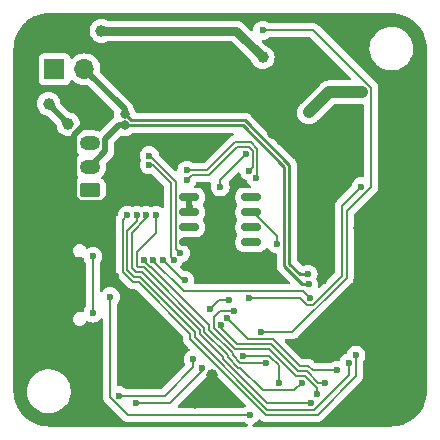
<source format=gbr>
%TF.GenerationSoftware,KiCad,Pcbnew,7.0.7*%
%TF.CreationDate,2024-03-04T03:02:07-08:00*%
%TF.ProjectId,can_magnetic_angle_sensor,63616e5f-6d61-4676-9e65-7469635f616e,rev?*%
%TF.SameCoordinates,Original*%
%TF.FileFunction,Copper,L1,Top*%
%TF.FilePolarity,Positive*%
%FSLAX46Y46*%
G04 Gerber Fmt 4.6, Leading zero omitted, Abs format (unit mm)*
G04 Created by KiCad (PCBNEW 7.0.7) date 2024-03-04 03:02:07*
%MOMM*%
%LPD*%
G01*
G04 APERTURE LIST*
G04 Aperture macros list*
%AMRoundRect*
0 Rectangle with rounded corners*
0 $1 Rounding radius*
0 $2 $3 $4 $5 $6 $7 $8 $9 X,Y pos of 4 corners*
0 Add a 4 corners polygon primitive as box body*
4,1,4,$2,$3,$4,$5,$6,$7,$8,$9,$2,$3,0*
0 Add four circle primitives for the rounded corners*
1,1,$1+$1,$2,$3*
1,1,$1+$1,$4,$5*
1,1,$1+$1,$6,$7*
1,1,$1+$1,$8,$9*
0 Add four rect primitives between the rounded corners*
20,1,$1+$1,$2,$3,$4,$5,0*
20,1,$1+$1,$4,$5,$6,$7,0*
20,1,$1+$1,$6,$7,$8,$9,0*
20,1,$1+$1,$8,$9,$2,$3,0*%
G04 Aperture macros list end*
%TA.AperFunction,SMDPad,CuDef*%
%ADD10RoundRect,0.150000X-0.675000X-0.150000X0.675000X-0.150000X0.675000X0.150000X-0.675000X0.150000X0*%
%TD*%
%TA.AperFunction,ComponentPad*%
%ADD11O,1.800000X1.000000*%
%TD*%
%TA.AperFunction,ComponentPad*%
%ADD12O,2.100000X1.000000*%
%TD*%
%TA.AperFunction,ComponentPad*%
%ADD13R,1.700000X1.700000*%
%TD*%
%TA.AperFunction,ComponentPad*%
%ADD14O,1.700000X1.700000*%
%TD*%
%TA.AperFunction,ComponentPad*%
%ADD15RoundRect,0.250000X0.625000X-0.350000X0.625000X0.350000X-0.625000X0.350000X-0.625000X-0.350000X0*%
%TD*%
%TA.AperFunction,ComponentPad*%
%ADD16O,1.750000X1.200000*%
%TD*%
%TA.AperFunction,ViaPad*%
%ADD17C,1.000000*%
%TD*%
%TA.AperFunction,ViaPad*%
%ADD18C,0.600000*%
%TD*%
%TA.AperFunction,ViaPad*%
%ADD19C,0.800000*%
%TD*%
%TA.AperFunction,ViaPad*%
%ADD20C,1.500000*%
%TD*%
%TA.AperFunction,Conductor*%
%ADD21C,0.200000*%
%TD*%
%TA.AperFunction,Conductor*%
%ADD22C,0.250000*%
%TD*%
%TA.AperFunction,Conductor*%
%ADD23C,0.500000*%
%TD*%
%TA.AperFunction,Conductor*%
%ADD24C,0.750000*%
%TD*%
%TA.AperFunction,Conductor*%
%ADD25C,1.000000*%
%TD*%
G04 APERTURE END LIST*
D10*
%TO.P,U1,1,VDD*%
%TO.N,+3.3V*%
X34875000Y-35595000D03*
%TO.P,U1,2,MODE*%
X34875000Y-36865000D03*
%TO.P,U1,3,ANALOG/PWM*%
%TO.N,unconnected-(U1-ANALOG{slash}PWM-Pad3)*%
X34875000Y-38135000D03*
%TO.P,U1,4,GND*%
%TO.N,GND*%
X34875000Y-39405000D03*
%TO.P,U1,5,PUSH*%
%TO.N,unconnected-(U1-PUSH-Pad5)*%
X40125000Y-39405000D03*
%TO.P,U1,6,A/U/SDA/DO*%
%TO.N,/SDA*%
X40125000Y-38135000D03*
%TO.P,U1,7,B/V/SCL/CLK*%
%TO.N,/SCL*%
X40125000Y-36865000D03*
%TO.P,U1,8,Z/W/CSN*%
%TO.N,unconnected-(U1-Z{slash}W{slash}CSN-Pad8)*%
X40125000Y-35595000D03*
%TD*%
D11*
%TO.P,J2,S1,SHIELD*%
%TO.N,GND*%
X21925000Y-47320000D03*
D12*
X26125000Y-47320000D03*
D11*
X21925000Y-38680000D03*
D12*
X26125000Y-38680000D03*
%TD*%
D13*
%TO.P,J3,1,Pin_1*%
%TO.N,Net-(J3-Pin_1)*%
X23475000Y-24750000D03*
D14*
%TO.P,J3,2,Pin_2*%
%TO.N,/CAN_L*%
X26015000Y-24750000D03*
%TD*%
D15*
%TO.P,J1,1,Pin_1*%
%TO.N,+24V*%
X26450000Y-35000000D03*
D16*
%TO.P,J1,2,Pin_2*%
%TO.N,/CAN_H*%
X26450000Y-33000000D03*
%TO.P,J1,3,Pin_3*%
%TO.N,/CAN_L*%
X26450000Y-31000000D03*
%TO.P,J1,4,Pin_4*%
%TO.N,GND*%
X26450000Y-29000000D03*
%TD*%
D17*
%TO.N,GND*%
X21950000Y-21500000D03*
X35400000Y-53000000D03*
X36818411Y-50637747D03*
%TO.N,/CAN_H*%
X24648175Y-29398175D03*
X22976825Y-27676825D03*
%TO.N,GND*%
X46950000Y-31700000D03*
X47400000Y-28400000D03*
X46150000Y-42500000D03*
D18*
X37500000Y-40800000D03*
D17*
X41450000Y-41350000D03*
D19*
X28300000Y-35400000D03*
X34700000Y-32000000D03*
X42650000Y-30850000D03*
X41900000Y-30250000D03*
D20*
X37500000Y-38250000D03*
X37500000Y-36400000D03*
D18*
X28644500Y-42213225D03*
%TO.N,+3.3V*%
X40050000Y-54000000D03*
X28196411Y-44003589D03*
%TO.N,/~{USB_BOOT}*%
X30400000Y-53000000D03*
X35970790Y-50072968D03*
X39916746Y-44149500D03*
X49450000Y-34680500D03*
D20*
%TO.N,GND*%
X31650000Y-23100000D03*
X44050000Y-26000000D03*
D17*
X49300000Y-38200000D03*
X53050000Y-53250000D03*
X49450000Y-51900000D03*
X30800000Y-46350000D03*
D18*
X50650000Y-47050000D03*
X47400000Y-47650000D03*
%TO.N,+5V*%
X41100000Y-21450000D03*
X40992504Y-46993996D03*
%TO.N,VBUS*%
X26725000Y-45400000D03*
X26725000Y-40600000D03*
%TO.N,/LED*%
X35213251Y-49315429D03*
X28900000Y-52390000D03*
X38250000Y-44300000D03*
X36650500Y-45082684D03*
%TO.N,/RUN*%
X34500500Y-42600000D03*
%TO.N,/MISO*%
X45700000Y-52250000D03*
%TO.N,/SCK*%
X47387500Y-50250000D03*
%TO.N,/MOSI*%
X46350000Y-51287500D03*
%TO.N,Net-(U5-RXD)*%
X39457004Y-48993496D03*
%TO.N,/RX0BF*%
X49000000Y-48942655D03*
%TO.N,/CAN_INT*%
X48400000Y-49600000D03*
%TO.N,/CAN_CS*%
X45200000Y-52990000D03*
%TO.N,/CAN_RESET*%
X44400000Y-51287500D03*
%TO.N,Net-(U5-RXD)*%
X42450000Y-51300000D03*
%TO.N,/TX0RTS*%
X41400000Y-49600000D03*
%TO.N,/CAN_H*%
X44996345Y-42900977D03*
%TO.N,/CAN_L*%
X44950000Y-42099500D03*
%TO.N,/MISO*%
X38671830Y-45228631D03*
%TO.N,/SCK*%
X38100498Y-45787902D03*
%TO.N,/MOSI*%
X37566804Y-46383196D03*
%TO.N,/CAN_STBY*%
X45090000Y-44100000D03*
%TO.N,Net-(U3-USB_DP)*%
X34683254Y-33300000D03*
%TO.N,Net-(U3-SWD)*%
X31500000Y-32850000D03*
%TO.N,Net-(U3-USB_DM)*%
X34705560Y-34099191D03*
%TO.N,/TX0RTS*%
X31050497Y-40900000D03*
%TO.N,/CAN_STBY*%
X31850000Y-40900000D03*
%TO.N,/RUN*%
X32650000Y-40900000D03*
%TO.N,/CAN_RESET*%
X32049006Y-37100000D03*
%TO.N,/CAN_CS*%
X31249503Y-37100000D03*
%TO.N,/CAN_INT*%
X30450000Y-37100000D03*
%TO.N,/RX0BF*%
X29650497Y-37100000D03*
%TO.N,+3.3V*%
X34932884Y-36374387D03*
%TO.N,Net-(U3-SWCLK)*%
X31500000Y-32050497D03*
%TO.N,Net-(U3-SWD)*%
X33558957Y-40876064D03*
%TO.N,Net-(U3-SWCLK)*%
X34124291Y-40310730D03*
%TO.N,+1V1*%
X39660589Y-31939411D03*
X37506154Y-34712378D03*
D17*
%TO.N,+3.3V*%
X41100000Y-23750000D03*
X27450000Y-21500000D03*
D18*
%TO.N,/SCL*%
X42279931Y-39517746D03*
%TO.N,Net-(U3-USB_DP)*%
X40517510Y-33917510D03*
%TO.N,Net-(U3-USB_DM)*%
X39960518Y-33341720D03*
D17*
%TO.N,+3.3V*%
X45000000Y-28395000D03*
X49500000Y-26700000D03*
D19*
%TO.N,GND*%
X52970000Y-33950000D03*
X52150000Y-32105500D03*
D18*
%TO.N,/SDA*%
X40398432Y-38136397D03*
D19*
%TO.N,/CAN_H*%
X29420000Y-29500000D03*
%TO.N,/CAN_L*%
X29420000Y-28500000D03*
%TD*%
D21*
%TO.N,/SCL*%
X42279931Y-39517746D02*
X42279931Y-38828535D01*
X42279931Y-38828535D02*
X40316396Y-36865000D01*
X40316396Y-36865000D02*
X40125000Y-36865000D01*
%TO.N,+1V1*%
X37515487Y-34084513D02*
X39660589Y-31939411D01*
X37515487Y-34738402D02*
X37515487Y-34084513D01*
%TO.N,/RUN*%
X34350000Y-42600000D02*
X34500500Y-42600000D01*
X32650000Y-40900000D02*
X34350000Y-42600000D01*
D22*
%TO.N,GND*%
X36818411Y-51581589D02*
X35400000Y-53000000D01*
X36818411Y-50637747D02*
X36818411Y-51581589D01*
D21*
%TO.N,/~{USB_BOOT}*%
X47800000Y-42253578D02*
X47800000Y-36330500D01*
X47800000Y-36330500D02*
X49450000Y-34680500D01*
X44841471Y-44700000D02*
X45353578Y-44700000D01*
X44291471Y-44150000D02*
X44841471Y-44700000D01*
X39917246Y-44150000D02*
X44291471Y-44150000D01*
X39916746Y-44149500D02*
X39917246Y-44150000D01*
X45353578Y-44700000D02*
X47800000Y-42253578D01*
D23*
%TO.N,/CAN_H*%
X22976825Y-27676825D02*
X22976825Y-27726825D01*
X22976825Y-27726825D02*
X24648175Y-29398175D01*
%TO.N,GND*%
X25585051Y-36100000D02*
X27600000Y-36100000D01*
X25125000Y-35639949D02*
X25585051Y-36100000D01*
X25125000Y-30325000D02*
X25125000Y-35639949D01*
X27600000Y-36100000D02*
X28300000Y-35400000D01*
X26450000Y-29000000D02*
X25125000Y-30325000D01*
D21*
%TO.N,/LED*%
X37433184Y-44300000D02*
X36650500Y-45082684D01*
X38250000Y-44300000D02*
X37433184Y-44300000D01*
%TO.N,/RX0BF*%
X49000000Y-50750000D02*
X49000000Y-48942655D01*
X45750000Y-54000000D02*
X49000000Y-50750000D01*
X41352235Y-54000000D02*
X45750000Y-54000000D01*
X34965686Y-47613451D02*
X41352235Y-54000000D01*
X30619364Y-42780637D02*
X34965686Y-47126959D01*
X29250497Y-41897555D02*
X30133582Y-42780637D01*
X34965686Y-47126959D02*
X34965686Y-47613451D01*
X29250497Y-37500000D02*
X29250497Y-41897555D01*
X30133582Y-42780637D02*
X30619364Y-42780637D01*
X29650497Y-37100000D02*
X29250497Y-37500000D01*
%TO.N,/~{USB_BOOT}*%
X35970790Y-50072968D02*
X35970790Y-50321513D01*
X35970790Y-50321513D02*
X33292303Y-53000000D01*
X33292303Y-53000000D02*
X30400000Y-53000000D01*
%TO.N,/LED*%
X35213251Y-49986749D02*
X32810000Y-52390000D01*
X32810000Y-52390000D02*
X28900000Y-52390000D01*
X35213251Y-49315429D02*
X35213251Y-49986749D01*
%TO.N,/CAN_INT*%
X30450000Y-37616660D02*
X30450000Y-37100000D01*
X29650497Y-38416165D02*
X30450000Y-37616660D01*
X29650497Y-41731868D02*
X29650497Y-38416165D01*
X30704413Y-42300000D02*
X30218630Y-42300000D01*
X48400000Y-50638529D02*
X45448529Y-53590000D01*
X41507921Y-53590000D02*
X35365686Y-47447765D01*
X30218630Y-42300000D02*
X29650497Y-41731868D01*
X48400000Y-49600000D02*
X48400000Y-50638529D01*
X45448529Y-53590000D02*
X41507921Y-53590000D01*
X35365686Y-46961273D02*
X30704413Y-42300000D01*
X35365686Y-47447765D02*
X35365686Y-46961273D01*
%TO.N,/CAN_CS*%
X41473607Y-52990000D02*
X45200000Y-52990000D01*
X37726854Y-49243247D02*
X41473607Y-52990000D01*
X37726854Y-49088832D02*
X37726854Y-49243247D01*
X30384315Y-41900000D02*
X30870099Y-41900000D01*
X35765686Y-47127664D02*
X37726854Y-49088832D01*
X31249503Y-37382843D02*
X30050497Y-38581850D01*
X30050497Y-38581850D02*
X30050497Y-41566183D01*
X30050497Y-41566183D02*
X30384315Y-41900000D01*
X31249503Y-37100000D02*
X31249503Y-37382843D01*
X35765686Y-46795587D02*
X35765686Y-47127664D01*
X30870099Y-41900000D02*
X35765686Y-46795587D01*
%TO.N,/CAN_RESET*%
X41100000Y-51900000D02*
X41350000Y-51900000D01*
X39200000Y-50000000D02*
X41100000Y-51900000D01*
X41350000Y-51900000D02*
X43787500Y-51900000D01*
X39049293Y-50000000D02*
X39200000Y-50000000D01*
X38126854Y-49077561D02*
X39049293Y-50000000D01*
X38126854Y-48923146D02*
X38126854Y-49077561D01*
X36165686Y-46961978D02*
X38126854Y-48923146D01*
X36165686Y-46629901D02*
X36165686Y-46961978D01*
X31035785Y-41500000D02*
X36165686Y-46629901D01*
X30550000Y-41500000D02*
X31035785Y-41500000D01*
X30450497Y-41400497D02*
X30550000Y-41500000D01*
X30450497Y-40199503D02*
X30450497Y-41400497D01*
X32049006Y-38600994D02*
X30450497Y-40199503D01*
X32049006Y-37100000D02*
X32049006Y-38600994D01*
X43787500Y-51900000D02*
X44400000Y-51287500D01*
%TO.N,/TX0RTS*%
X31050497Y-40949026D02*
X31050497Y-40900000D01*
X31650000Y-41500000D02*
X31601471Y-41500000D01*
X36565686Y-46415686D02*
X31650000Y-41500000D01*
X38569393Y-48954414D02*
X38569393Y-48800000D01*
X39214979Y-49600000D02*
X38569393Y-48954414D01*
X31601471Y-41500000D02*
X31050497Y-40949026D01*
X38569393Y-48800000D02*
X36565686Y-46796292D01*
X41400000Y-49600000D02*
X39214979Y-49600000D01*
X36565686Y-46796292D02*
X36565686Y-46415686D01*
%TO.N,GND*%
X37500000Y-40800000D02*
X37500000Y-38250000D01*
%TO.N,+3.3V*%
X29661471Y-54000000D02*
X40050000Y-54000000D01*
X28196411Y-52534940D02*
X29661471Y-54000000D01*
X28196411Y-44003589D02*
X28196411Y-52534940D01*
%TO.N,+5V*%
X45400000Y-21450000D02*
X41100000Y-21450000D01*
X48200000Y-36779029D02*
X50300000Y-34679029D01*
X48200000Y-42419264D02*
X48200000Y-36779029D01*
X50300000Y-34679029D02*
X50300000Y-26350000D01*
X43625268Y-46993996D02*
X48200000Y-42419264D01*
X40992504Y-46993996D02*
X43625268Y-46993996D01*
X50300000Y-26350000D02*
X45400000Y-21450000D01*
D22*
%TO.N,/CAN_L*%
X29995305Y-29050000D02*
X29720305Y-28775000D01*
X29695000Y-28775000D02*
X29420000Y-28500000D01*
X39586396Y-29050000D02*
X29995305Y-29050000D01*
X29720305Y-28775000D02*
X29695000Y-28775000D01*
X43354431Y-41194786D02*
X43354431Y-32818035D01*
X44259145Y-42099500D02*
X43354431Y-41194786D01*
X44950000Y-42099500D02*
X44259145Y-42099500D01*
X43354431Y-32818035D02*
X39586396Y-29050000D01*
%TO.N,/CAN_H*%
X44996345Y-42900977D02*
X44424226Y-42900977D01*
X44424226Y-42900977D02*
X42904431Y-41381182D01*
X42904431Y-41381182D02*
X42904431Y-33004431D01*
X42904431Y-33004431D02*
X39400000Y-29500000D01*
X39400000Y-29500000D02*
X29420000Y-29500000D01*
D21*
%TO.N,GND*%
X47400000Y-47650000D02*
X50050000Y-47650000D01*
X50050000Y-47650000D02*
X50650000Y-47050000D01*
%TO.N,VBUS*%
X26725000Y-40600000D02*
X26725000Y-45400000D01*
%TO.N,/CAN_STBY*%
X44540000Y-43550000D02*
X45090000Y-44100000D01*
X34451471Y-43550000D02*
X44540000Y-43550000D01*
X31850000Y-40948529D02*
X34451471Y-43550000D01*
X31850000Y-40900000D02*
X31850000Y-40948529D01*
%TO.N,/SCK*%
X44979901Y-49887500D02*
X45342401Y-50250000D01*
X45342401Y-50250000D02*
X47387500Y-50250000D01*
X41939083Y-47593496D02*
X44233087Y-49887500D01*
X39843496Y-47593496D02*
X41939083Y-47593496D01*
X38100498Y-45850498D02*
X39843496Y-47593496D01*
X38100498Y-45787902D02*
X38100498Y-45850498D01*
X44233087Y-49887500D02*
X44979901Y-49887500D01*
%TO.N,/MOSI*%
X45814215Y-51287500D02*
X46350000Y-51287500D01*
X44067401Y-50287500D02*
X44814215Y-50287500D01*
X39042790Y-47993496D02*
X41773397Y-47993496D01*
X39036285Y-48000000D02*
X39042790Y-47993496D01*
X38900765Y-48000000D02*
X39036285Y-48000000D01*
X37566804Y-46666039D02*
X38900765Y-48000000D01*
X37566804Y-46383196D02*
X37566804Y-46666039D01*
X41773397Y-47993496D02*
X44067401Y-50287500D01*
X44814215Y-50287500D02*
X45814215Y-51287500D01*
%TO.N,/MISO*%
X44648529Y-50687500D02*
X45700000Y-51738971D01*
X43901715Y-50687500D02*
X44648529Y-50687500D01*
X41607711Y-48393496D02*
X43901715Y-50687500D01*
X39201971Y-48400000D02*
X39208475Y-48393496D01*
X36965686Y-45684314D02*
X36965686Y-46630607D01*
X36965686Y-46630607D02*
X38735079Y-48400000D01*
X37462098Y-45187902D02*
X36965686Y-45684314D01*
X38631101Y-45187902D02*
X37462098Y-45187902D01*
X39208475Y-48393496D02*
X41607711Y-48393496D01*
X45700000Y-51738971D02*
X45700000Y-52250000D01*
X38735079Y-48400000D02*
X39201971Y-48400000D01*
X38671830Y-45228631D02*
X38631101Y-45187902D01*
%TO.N,Net-(U5-RXD)*%
X41642025Y-48993496D02*
X39457004Y-48993496D01*
X42450000Y-49801471D02*
X41642025Y-48993496D01*
X42450000Y-51300000D02*
X42450000Y-49801471D01*
%TO.N,Net-(U3-SWD)*%
X31500000Y-32850000D02*
X31782843Y-32850000D01*
X33350000Y-40667107D02*
X33558957Y-40876064D01*
X33350000Y-34417157D02*
X33350000Y-40667107D01*
X31782843Y-32850000D02*
X33350000Y-34417157D01*
%TO.N,Net-(U3-SWCLK)*%
X31500000Y-32050497D02*
X31699503Y-32250000D01*
X31748529Y-32250000D02*
X33750000Y-34251471D01*
X33750000Y-34251471D02*
X33750000Y-39936439D01*
X33750000Y-39936439D02*
X34124291Y-40310730D01*
X31699503Y-32250000D02*
X31748529Y-32250000D01*
D23*
%TO.N,/CAN_H*%
X27775000Y-30625000D02*
X28900000Y-29500000D01*
X28900000Y-29500000D02*
X29420000Y-29500000D01*
X26450000Y-33000000D02*
X27775000Y-31675000D01*
X27775000Y-31675000D02*
X27775000Y-30625000D01*
D21*
%TO.N,Net-(U3-USB_DM)*%
X40260589Y-33041649D02*
X39960518Y-33341720D01*
X38912215Y-31339411D02*
X39909118Y-31339411D01*
X36551626Y-33700000D02*
X38912215Y-31339411D01*
X35131783Y-33700000D02*
X36551626Y-33700000D01*
X34732592Y-34099191D02*
X35131783Y-33700000D01*
X39909118Y-31339411D02*
X40260589Y-31690882D01*
X40260589Y-31690882D02*
X40260589Y-33041649D01*
X34705560Y-34099191D02*
X34732592Y-34099191D01*
%TO.N,Net-(U3-USB_DP)*%
X40660589Y-33774431D02*
X40517510Y-33917510D01*
X40660589Y-31525197D02*
X40660589Y-33774431D01*
X40074804Y-30939411D02*
X40660589Y-31525197D01*
X38746530Y-30939411D02*
X40074804Y-30939411D01*
X34683254Y-33300000D02*
X36385940Y-33300000D01*
X36385940Y-33300000D02*
X38746530Y-30939411D01*
D23*
%TO.N,+3.3V*%
X34875000Y-35595000D02*
X34875000Y-36865000D01*
D24*
X38850000Y-21500000D02*
X41100000Y-23750000D01*
X27450000Y-21500000D02*
X38850000Y-21500000D01*
D23*
%TO.N,GND*%
X52970000Y-32920000D02*
X52970000Y-33950000D01*
D25*
%TO.N,+3.3V*%
X46695000Y-26700000D02*
X45000000Y-28395000D01*
X49500000Y-26700000D02*
X46695000Y-26700000D01*
D23*
%TO.N,GND*%
X52150000Y-32105500D02*
X52155500Y-32105500D01*
X52155500Y-32105500D02*
X52970000Y-32920000D01*
%TO.N,/CAN_L*%
X29420000Y-28155000D02*
X29420000Y-28500000D01*
X26015000Y-24750000D02*
X29420000Y-28155000D01*
%TD*%
%TA.AperFunction,Conductor*%
%TO.N,GND*%
G36*
X52001619Y-20000584D02*
G01*
X52133628Y-20007503D01*
X52317027Y-20017803D01*
X52323212Y-20018465D01*
X52475647Y-20042608D01*
X52638194Y-20070226D01*
X52643811Y-20071453D01*
X52796693Y-20112418D01*
X52889122Y-20139046D01*
X52951724Y-20157082D01*
X52956759Y-20158769D01*
X53106183Y-20216127D01*
X53254007Y-20277358D01*
X53258412Y-20279388D01*
X53324180Y-20312899D01*
X53401921Y-20352511D01*
X53477428Y-20394241D01*
X53541480Y-20429641D01*
X53545215Y-20431882D01*
X53619487Y-20480115D01*
X53680872Y-20519980D01*
X53753042Y-20571187D01*
X53810764Y-20612142D01*
X53813886Y-20614510D01*
X53938748Y-20715621D01*
X53941034Y-20717567D01*
X54058721Y-20822738D01*
X54061248Y-20825128D01*
X54174870Y-20938750D01*
X54177260Y-20941277D01*
X54282431Y-21058964D01*
X54284385Y-21061260D01*
X54385480Y-21186102D01*
X54387862Y-21189243D01*
X54480019Y-21319127D01*
X54533758Y-21401875D01*
X54568106Y-21454767D01*
X54570364Y-21458531D01*
X54647488Y-21598078D01*
X54720604Y-21741575D01*
X54722643Y-21745997D01*
X54783877Y-21893829D01*
X54841221Y-22043217D01*
X54842916Y-22048273D01*
X54887579Y-22203297D01*
X54928541Y-22356171D01*
X54929778Y-22361835D01*
X54957394Y-22524369D01*
X54981530Y-22676758D01*
X54982196Y-22682985D01*
X54992509Y-22866618D01*
X54999414Y-22998377D01*
X54999499Y-23001623D01*
X54999499Y-51998376D01*
X54999414Y-52001622D01*
X54992509Y-52133381D01*
X54982196Y-52317013D01*
X54981530Y-52323240D01*
X54957394Y-52475630D01*
X54929778Y-52638163D01*
X54928541Y-52643827D01*
X54887579Y-52796702D01*
X54842916Y-52951725D01*
X54841221Y-52956781D01*
X54783877Y-53106170D01*
X54722643Y-53254001D01*
X54720604Y-53258423D01*
X54647488Y-53401921D01*
X54570364Y-53541467D01*
X54568097Y-53545246D01*
X54480019Y-53680872D01*
X54387862Y-53810755D01*
X54385480Y-53813896D01*
X54284385Y-53938738D01*
X54282431Y-53941034D01*
X54177260Y-54058721D01*
X54174870Y-54061248D01*
X54061248Y-54174870D01*
X54058721Y-54177260D01*
X53941034Y-54282431D01*
X53938738Y-54284385D01*
X53813896Y-54385480D01*
X53810755Y-54387862D01*
X53680872Y-54480019D01*
X53545246Y-54568097D01*
X53541467Y-54570364D01*
X53401921Y-54647488D01*
X53258423Y-54720604D01*
X53254001Y-54722643D01*
X53106170Y-54783877D01*
X52956781Y-54841221D01*
X52951725Y-54842916D01*
X52796702Y-54887579D01*
X52643827Y-54928541D01*
X52638163Y-54929778D01*
X52475630Y-54957394D01*
X52323240Y-54981530D01*
X52317013Y-54982196D01*
X52133382Y-54992509D01*
X52001622Y-54999415D01*
X51998376Y-54999500D01*
X40347114Y-54999500D01*
X40280075Y-54979815D01*
X40234320Y-54927011D01*
X40224376Y-54857853D01*
X40253401Y-54794297D01*
X40306160Y-54758458D01*
X40358395Y-54740180D01*
X40399522Y-54725789D01*
X40552262Y-54629816D01*
X40679816Y-54502262D01*
X40720440Y-54437608D01*
X40772773Y-54391318D01*
X40841826Y-54380669D01*
X40905675Y-54409044D01*
X40923803Y-54428087D01*
X40923953Y-54428282D01*
X41020366Y-54502262D01*
X41049394Y-54524536D01*
X41049397Y-54524537D01*
X41049398Y-54524538D01*
X41122433Y-54554790D01*
X41195473Y-54585044D01*
X41273853Y-54595362D01*
X41352234Y-54605682D01*
X41352235Y-54605682D01*
X41387564Y-54601030D01*
X41395663Y-54600500D01*
X45706572Y-54600500D01*
X45714670Y-54601030D01*
X45750000Y-54605682D01*
X45750001Y-54605682D01*
X45802254Y-54598802D01*
X45906762Y-54585044D01*
X46052841Y-54524536D01*
X46081869Y-54502262D01*
X46178282Y-54428282D01*
X46199983Y-54399999D01*
X46205311Y-54393922D01*
X49393922Y-51205311D01*
X49399999Y-51199983D01*
X49428282Y-51178282D01*
X49524536Y-51052841D01*
X49585044Y-50906762D01*
X49600500Y-50789361D01*
X49605682Y-50750000D01*
X49601030Y-50714669D01*
X49600500Y-50706571D01*
X49600500Y-49525067D01*
X49620185Y-49458028D01*
X49627555Y-49447752D01*
X49629810Y-49444922D01*
X49629816Y-49444917D01*
X49725789Y-49292177D01*
X49785368Y-49121910D01*
X49788092Y-49097737D01*
X49805565Y-48942658D01*
X49805565Y-48942651D01*
X49785369Y-48763405D01*
X49785368Y-48763400D01*
X49725788Y-48593131D01*
X49681516Y-48522673D01*
X49629816Y-48440393D01*
X49502262Y-48312839D01*
X49502261Y-48312838D01*
X49349523Y-48216866D01*
X49179254Y-48157286D01*
X49179249Y-48157285D01*
X49000004Y-48137090D01*
X48999996Y-48137090D01*
X48820750Y-48157285D01*
X48820745Y-48157286D01*
X48650476Y-48216866D01*
X48497737Y-48312839D01*
X48370184Y-48440392D01*
X48274211Y-48593131D01*
X48213074Y-48767853D01*
X48172352Y-48824629D01*
X48136988Y-48843939D01*
X48050476Y-48874211D01*
X48050475Y-48874212D01*
X47897737Y-48970184D01*
X47770184Y-49097737D01*
X47674209Y-49250480D01*
X47630701Y-49374819D01*
X47589980Y-49431595D01*
X47525027Y-49457342D01*
X47499778Y-49457084D01*
X47387505Y-49444435D01*
X47387496Y-49444435D01*
X47208250Y-49464630D01*
X47208245Y-49464631D01*
X47037976Y-49524211D01*
X46885236Y-49620185D01*
X46882403Y-49622445D01*
X46880224Y-49623334D01*
X46879342Y-49623889D01*
X46879244Y-49623734D01*
X46817717Y-49648855D01*
X46805088Y-49649500D01*
X45642498Y-49649500D01*
X45575459Y-49629815D01*
X45554817Y-49613181D01*
X45435229Y-49493593D01*
X45429875Y-49487488D01*
X45408187Y-49459222D01*
X45408184Y-49459220D01*
X45408183Y-49459218D01*
X45282742Y-49362964D01*
X45136663Y-49302456D01*
X45136661Y-49302455D01*
X45058586Y-49292177D01*
X44979902Y-49281818D01*
X44979901Y-49281818D01*
X44944571Y-49286469D01*
X44936473Y-49287000D01*
X44533184Y-49287000D01*
X44466145Y-49267315D01*
X44445503Y-49250681D01*
X43000999Y-47806177D01*
X42967514Y-47744854D01*
X42972498Y-47675162D01*
X43014370Y-47619229D01*
X43079834Y-47594812D01*
X43088680Y-47594496D01*
X43581840Y-47594496D01*
X43589938Y-47595026D01*
X43625268Y-47599678D01*
X43625269Y-47599678D01*
X43677522Y-47592798D01*
X43782030Y-47579040D01*
X43928109Y-47518532D01*
X43969836Y-47486514D01*
X44053550Y-47422278D01*
X44075251Y-47393995D01*
X44080579Y-47387918D01*
X48593922Y-42874575D01*
X48599999Y-42869247D01*
X48628282Y-42847546D01*
X48724536Y-42722105D01*
X48785044Y-42576026D01*
X48790573Y-42534030D01*
X48805682Y-42419264D01*
X48801030Y-42383933D01*
X48800500Y-42375835D01*
X48800500Y-37079126D01*
X48820185Y-37012087D01*
X48836819Y-36991445D01*
X49738266Y-36089998D01*
X50693916Y-35134347D01*
X50700006Y-35129006D01*
X50728282Y-35107311D01*
X50793100Y-35022839D01*
X50824536Y-34981870D01*
X50885044Y-34835791D01*
X50905682Y-34679029D01*
X50901030Y-34643698D01*
X50900500Y-34635600D01*
X50900500Y-26393428D01*
X50901031Y-26385326D01*
X50905682Y-26349999D01*
X50905682Y-26349998D01*
X50885044Y-26193239D01*
X50885044Y-26193238D01*
X50824536Y-26047159D01*
X50824535Y-26047158D01*
X50824535Y-26047157D01*
X50751463Y-25951927D01*
X50751448Y-25951909D01*
X50730059Y-25924034D01*
X50728282Y-25921718D01*
X50726825Y-25920600D01*
X50700013Y-25900026D01*
X50693917Y-25894681D01*
X47866998Y-23067763D01*
X50145787Y-23067763D01*
X50175413Y-23337013D01*
X50175415Y-23337024D01*
X50237883Y-23575967D01*
X50243928Y-23599088D01*
X50349870Y-23848390D01*
X50421998Y-23966575D01*
X50490979Y-24079605D01*
X50490986Y-24079615D01*
X50664253Y-24287819D01*
X50664259Y-24287824D01*
X50769240Y-24381887D01*
X50865998Y-24468582D01*
X51091910Y-24618044D01*
X51337176Y-24733020D01*
X51337183Y-24733022D01*
X51337185Y-24733023D01*
X51596557Y-24811057D01*
X51596564Y-24811058D01*
X51596569Y-24811060D01*
X51864561Y-24850500D01*
X51864566Y-24850500D01*
X52067636Y-24850500D01*
X52119133Y-24846730D01*
X52270156Y-24835677D01*
X52382758Y-24810593D01*
X52534546Y-24776782D01*
X52534548Y-24776781D01*
X52534553Y-24776780D01*
X52787558Y-24680014D01*
X53023777Y-24547441D01*
X53238177Y-24381888D01*
X53426186Y-24186881D01*
X53583799Y-23966579D01*
X53695150Y-23750000D01*
X53707649Y-23725690D01*
X53707651Y-23725684D01*
X53707656Y-23725675D01*
X53795118Y-23469305D01*
X53844319Y-23202933D01*
X53854212Y-22932235D01*
X53824586Y-22662982D01*
X53756072Y-22400912D01*
X53650130Y-22151610D01*
X53509018Y-21920390D01*
X53419747Y-21813119D01*
X53335746Y-21712180D01*
X53335740Y-21712175D01*
X53134002Y-21531418D01*
X52908092Y-21381957D01*
X52868865Y-21363568D01*
X52662824Y-21266980D01*
X52662819Y-21266978D01*
X52662814Y-21266976D01*
X52403442Y-21188942D01*
X52403428Y-21188939D01*
X52287791Y-21171921D01*
X52135439Y-21149500D01*
X51932369Y-21149500D01*
X51932364Y-21149500D01*
X51729844Y-21164323D01*
X51729831Y-21164325D01*
X51465453Y-21223217D01*
X51465446Y-21223220D01*
X51212439Y-21319987D01*
X50976226Y-21452557D01*
X50761822Y-21618112D01*
X50573822Y-21813109D01*
X50573816Y-21813116D01*
X50416202Y-22033419D01*
X50416199Y-22033424D01*
X50292350Y-22274309D01*
X50292343Y-22274327D01*
X50204884Y-22530685D01*
X50204881Y-22530699D01*
X50155681Y-22797068D01*
X50155680Y-22797075D01*
X50145787Y-23067763D01*
X47866998Y-23067763D01*
X45855320Y-21056085D01*
X45849980Y-21049995D01*
X45828282Y-21021718D01*
X45702841Y-20925464D01*
X45656063Y-20906088D01*
X45556762Y-20864956D01*
X45556760Y-20864955D01*
X45439361Y-20849500D01*
X45400000Y-20844318D01*
X45364670Y-20848969D01*
X45356572Y-20849500D01*
X41682412Y-20849500D01*
X41615373Y-20829815D01*
X41605097Y-20822445D01*
X41602263Y-20820185D01*
X41602262Y-20820184D01*
X41523886Y-20770937D01*
X41449523Y-20724211D01*
X41279254Y-20664631D01*
X41279249Y-20664630D01*
X41100004Y-20644435D01*
X41099996Y-20644435D01*
X40920750Y-20664630D01*
X40920745Y-20664631D01*
X40750476Y-20724211D01*
X40597737Y-20820184D01*
X40470184Y-20947737D01*
X40374211Y-21100476D01*
X40314631Y-21270745D01*
X40314630Y-21270749D01*
X40297311Y-21424469D01*
X40270245Y-21488882D01*
X40212650Y-21528438D01*
X40142813Y-21530575D01*
X40086410Y-21498266D01*
X39811361Y-21223217D01*
X39495999Y-20907855D01*
X39492608Y-20904176D01*
X39455631Y-20860643D01*
X39408911Y-20825128D01*
X39389262Y-20810191D01*
X39324297Y-20757970D01*
X39324294Y-20757968D01*
X39324120Y-20757882D01*
X39304182Y-20745514D01*
X39304029Y-20745397D01*
X39304027Y-20745396D01*
X39228359Y-20710389D01*
X39153693Y-20673359D01*
X39153689Y-20673358D01*
X39153680Y-20673355D01*
X39153488Y-20673307D01*
X39131385Y-20665525D01*
X39131198Y-20665438D01*
X39131194Y-20665437D01*
X39049771Y-20647514D01*
X38968885Y-20627399D01*
X38968689Y-20627394D01*
X38945413Y-20624543D01*
X38945222Y-20624501D01*
X38945219Y-20624500D01*
X38945216Y-20624500D01*
X38945212Y-20624500D01*
X38861840Y-20624500D01*
X38778527Y-20622243D01*
X38778526Y-20622243D01*
X38778345Y-20622278D01*
X38754977Y-20624500D01*
X27965530Y-20624500D01*
X27907077Y-20609858D01*
X27875467Y-20592962D01*
X27834730Y-20571187D01*
X27646129Y-20513975D01*
X27450000Y-20494659D01*
X27253870Y-20513975D01*
X27065266Y-20571188D01*
X26891467Y-20664086D01*
X26891460Y-20664090D01*
X26739116Y-20789116D01*
X26614090Y-20941460D01*
X26614086Y-20941467D01*
X26521188Y-21115266D01*
X26463975Y-21303870D01*
X26444659Y-21500000D01*
X26463975Y-21696129D01*
X26463976Y-21696132D01*
X26489060Y-21778824D01*
X26521188Y-21884733D01*
X26614086Y-22058532D01*
X26614090Y-22058539D01*
X26739116Y-22210883D01*
X26891460Y-22335909D01*
X26891467Y-22335913D01*
X27065266Y-22428811D01*
X27065269Y-22428811D01*
X27065273Y-22428814D01*
X27253868Y-22486024D01*
X27450000Y-22505341D01*
X27646132Y-22486024D01*
X27834727Y-22428814D01*
X27907077Y-22390141D01*
X27965530Y-22375500D01*
X38435994Y-22375500D01*
X38503033Y-22395185D01*
X38523675Y-22411819D01*
X40116392Y-24004536D01*
X40147370Y-24056218D01*
X40154468Y-24079615D01*
X40171188Y-24134733D01*
X40264086Y-24308532D01*
X40264090Y-24308539D01*
X40389116Y-24460883D01*
X40541460Y-24585909D01*
X40541467Y-24585913D01*
X40715266Y-24678811D01*
X40715269Y-24678811D01*
X40715273Y-24678814D01*
X40903868Y-24736024D01*
X41100000Y-24755341D01*
X41296132Y-24736024D01*
X41484727Y-24678814D01*
X41658538Y-24585910D01*
X41810883Y-24460883D01*
X41935910Y-24308538D01*
X42028814Y-24134727D01*
X42086024Y-23946132D01*
X42105341Y-23750000D01*
X42086024Y-23553868D01*
X42028814Y-23365273D01*
X42028811Y-23365269D01*
X42028811Y-23365266D01*
X41935913Y-23191467D01*
X41935909Y-23191460D01*
X41810883Y-23039116D01*
X41658539Y-22914090D01*
X41658532Y-22914086D01*
X41484733Y-22821188D01*
X41484727Y-22821186D01*
X41406218Y-22797370D01*
X41354536Y-22766392D01*
X41051733Y-22463589D01*
X41018248Y-22402266D01*
X41023232Y-22332574D01*
X41065104Y-22276641D01*
X41125529Y-22252688D01*
X41196443Y-22244698D01*
X41279250Y-22235369D01*
X41279253Y-22235368D01*
X41279255Y-22235368D01*
X41449522Y-22175789D01*
X41602262Y-22079816D01*
X41602267Y-22079810D01*
X41605097Y-22077555D01*
X41607275Y-22076665D01*
X41608158Y-22076111D01*
X41608255Y-22076265D01*
X41669783Y-22051145D01*
X41682412Y-22050500D01*
X45099903Y-22050500D01*
X45166942Y-22070185D01*
X45187584Y-22086819D01*
X48588583Y-25487819D01*
X48622068Y-25549142D01*
X48617084Y-25618834D01*
X48575212Y-25674767D01*
X48509748Y-25699184D01*
X48500902Y-25699500D01*
X46707717Y-25699500D01*
X46618637Y-25697243D01*
X46618628Y-25697243D01*
X46565636Y-25706741D01*
X46558254Y-25708064D01*
X46553595Y-25708718D01*
X46492564Y-25714925D01*
X46492562Y-25714926D01*
X46459780Y-25725210D01*
X46452156Y-25727081D01*
X46444308Y-25728488D01*
X46418349Y-25733141D01*
X46361381Y-25755895D01*
X46356945Y-25757474D01*
X46298414Y-25775840D01*
X46298410Y-25775842D01*
X46268378Y-25792510D01*
X46261284Y-25795879D01*
X46229382Y-25808623D01*
X46229377Y-25808625D01*
X46178156Y-25842381D01*
X46174128Y-25844822D01*
X46120501Y-25874588D01*
X46094434Y-25896965D01*
X46088165Y-25901692D01*
X46059484Y-25920595D01*
X46059478Y-25920600D01*
X46016109Y-25963968D01*
X46012655Y-25967169D01*
X45966102Y-26007136D01*
X45945076Y-26034298D01*
X45939885Y-26040192D01*
X44329451Y-27650627D01*
X44324941Y-27654715D01*
X44289119Y-27684114D01*
X44259794Y-27719845D01*
X44257886Y-27722062D01*
X44256658Y-27723421D01*
X44225547Y-27761576D01*
X44164080Y-27836472D01*
X44163912Y-27836725D01*
X44160441Y-27841421D01*
X44160309Y-27841582D01*
X44160297Y-27841600D01*
X44115379Y-27927591D01*
X44071184Y-28010276D01*
X44068382Y-28017038D01*
X44066115Y-28021891D01*
X44066091Y-28021950D01*
X44040275Y-28112173D01*
X44013976Y-28198865D01*
X44012788Y-28204837D01*
X44012552Y-28204790D01*
X44010125Y-28217514D01*
X44010112Y-28217587D01*
X44003228Y-28307989D01*
X43994659Y-28394999D01*
X43994659Y-28395005D01*
X43994694Y-28395361D01*
X43994933Y-28416923D01*
X43994662Y-28420472D01*
X44000889Y-28469363D01*
X44005715Y-28507260D01*
X44012272Y-28573836D01*
X44013976Y-28591131D01*
X44013977Y-28591137D01*
X44015125Y-28594923D01*
X44019463Y-28615220D01*
X44020368Y-28622324D01*
X44020368Y-28622325D01*
X44047644Y-28702122D01*
X44071185Y-28779726D01*
X44071188Y-28779733D01*
X44074735Y-28786369D01*
X44082708Y-28804705D01*
X44086183Y-28814872D01*
X44127351Y-28884805D01*
X44164089Y-28953536D01*
X44164092Y-28953540D01*
X44171143Y-28962133D01*
X44182143Y-28977884D01*
X44189409Y-28990226D01*
X44240695Y-29046991D01*
X44242609Y-29049213D01*
X44259724Y-29070067D01*
X44289118Y-29105884D01*
X44300473Y-29115203D01*
X44313815Y-29127926D01*
X44325816Y-29141209D01*
X44325820Y-29141212D01*
X44325821Y-29141213D01*
X44384774Y-29184503D01*
X44387402Y-29186544D01*
X44441460Y-29230909D01*
X44457583Y-29239527D01*
X44472519Y-29248936D01*
X44489831Y-29261648D01*
X44489832Y-29261648D01*
X44489833Y-29261649D01*
X44553230Y-29290778D01*
X44556556Y-29292430D01*
X44588338Y-29309417D01*
X44615273Y-29323814D01*
X44634117Y-29329530D01*
X44640231Y-29331385D01*
X44648127Y-29334380D01*
X44674732Y-29346605D01*
X44739421Y-29361616D01*
X44743366Y-29362670D01*
X44803868Y-29381024D01*
X44833194Y-29383912D01*
X44841115Y-29385216D01*
X44872946Y-29392603D01*
X44872941Y-29392603D01*
X44883740Y-29392876D01*
X44935978Y-29394200D01*
X44940470Y-29394477D01*
X45000000Y-29400341D01*
X45032676Y-29397121D01*
X45040328Y-29396843D01*
X45071136Y-29397624D01*
X45076360Y-29397757D01*
X45076360Y-29397756D01*
X45076363Y-29397757D01*
X45135100Y-29387229D01*
X45139948Y-29386557D01*
X45196132Y-29381024D01*
X45230808Y-29370504D01*
X45237836Y-29368814D01*
X45276653Y-29361858D01*
X45295143Y-29354471D01*
X45328928Y-29340977D01*
X45333932Y-29339222D01*
X45384727Y-29323814D01*
X45419653Y-29305145D01*
X45425856Y-29302258D01*
X45465617Y-29286377D01*
X45509825Y-29257239D01*
X45514678Y-29254352D01*
X45558538Y-29230910D01*
X45591764Y-29203640D01*
X45596957Y-29199815D01*
X45635519Y-29174402D01*
X45670571Y-29139348D01*
X45675050Y-29135289D01*
X45710883Y-29105883D01*
X45740293Y-29070044D01*
X45744343Y-29065575D01*
X47073100Y-27736819D01*
X47134424Y-27703334D01*
X47160782Y-27700500D01*
X49447800Y-27700500D01*
X49453881Y-27700799D01*
X49463930Y-27701788D01*
X49500000Y-27705341D01*
X49531510Y-27702237D01*
X49545999Y-27700811D01*
X49548941Y-27700591D01*
X49550740Y-27700500D01*
X49550742Y-27700500D01*
X49562954Y-27699258D01*
X49631641Y-27712059D01*
X49682504Y-27759962D01*
X49699500Y-27822622D01*
X49699500Y-33764290D01*
X49679815Y-33831329D01*
X49627011Y-33877084D01*
X49561617Y-33887510D01*
X49450004Y-33874935D01*
X49449996Y-33874935D01*
X49270750Y-33895130D01*
X49270745Y-33895131D01*
X49100476Y-33954711D01*
X48947737Y-34050684D01*
X48820184Y-34178237D01*
X48724210Y-34330978D01*
X48664630Y-34501250D01*
X48654837Y-34588168D01*
X48627770Y-34652582D01*
X48619298Y-34661965D01*
X47406096Y-35875168D01*
X47399994Y-35880519D01*
X47371716Y-35902218D01*
X47308978Y-35983982D01*
X47277608Y-36024865D01*
X47275868Y-36027132D01*
X47275463Y-36027660D01*
X47275460Y-36027665D01*
X47214957Y-36173734D01*
X47214955Y-36173739D01*
X47194318Y-36330498D01*
X47194318Y-36330499D01*
X47198969Y-36365826D01*
X47199500Y-36373928D01*
X47199500Y-41953480D01*
X47179815Y-42020519D01*
X47163181Y-42041161D01*
X45981571Y-43222770D01*
X45920248Y-43256255D01*
X45850556Y-43251271D01*
X45794623Y-43209399D01*
X45770206Y-43143935D01*
X45776849Y-43094132D01*
X45781713Y-43080232D01*
X45796443Y-42949500D01*
X45801910Y-42900980D01*
X45801910Y-42900973D01*
X45781714Y-42721727D01*
X45781711Y-42721714D01*
X45722135Y-42551458D01*
X45722134Y-42551455D01*
X45701113Y-42518001D01*
X45682114Y-42450765D01*
X45689066Y-42411077D01*
X45735368Y-42278755D01*
X45738554Y-42250478D01*
X45755565Y-42099503D01*
X45755565Y-42099496D01*
X45735369Y-41920250D01*
X45735368Y-41920245D01*
X45712231Y-41854123D01*
X45675789Y-41749978D01*
X45660080Y-41724978D01*
X45617501Y-41657214D01*
X45579816Y-41597238D01*
X45452262Y-41469684D01*
X45389602Y-41430312D01*
X45299523Y-41373711D01*
X45129254Y-41314131D01*
X45129249Y-41314130D01*
X44950004Y-41293935D01*
X44949996Y-41293935D01*
X44770750Y-41314130D01*
X44770737Y-41314133D01*
X44600481Y-41373709D01*
X44600472Y-41373713D01*
X44572109Y-41391535D01*
X44504872Y-41410535D01*
X44438037Y-41390167D01*
X44418457Y-41374222D01*
X44226647Y-41182412D01*
X44016250Y-40972014D01*
X43982765Y-40910691D01*
X43979931Y-40884333D01*
X43979931Y-32900772D01*
X43981655Y-32885158D01*
X43981369Y-32885131D01*
X43982103Y-32877368D01*
X43979931Y-32808238D01*
X43979931Y-32778686D01*
X43979931Y-32778685D01*
X43979060Y-32771794D01*
X43978603Y-32765980D01*
X43977140Y-32719407D01*
X43971553Y-32700179D01*
X43967605Y-32681119D01*
X43965095Y-32661243D01*
X43947938Y-32617910D01*
X43946050Y-32612394D01*
X43933050Y-32567647D01*
X43922849Y-32550398D01*
X43914291Y-32532929D01*
X43906917Y-32514303D01*
X43906914Y-32514299D01*
X43906914Y-32514298D01*
X43879529Y-32476606D01*
X43876321Y-32471722D01*
X43852603Y-32431617D01*
X43852594Y-32431606D01*
X43838436Y-32417448D01*
X43825801Y-32402655D01*
X43814024Y-32386447D01*
X43778124Y-32356748D01*
X43773812Y-32352825D01*
X40087199Y-28666211D01*
X40077376Y-28653950D01*
X40077155Y-28654134D01*
X40072182Y-28648123D01*
X40037144Y-28615220D01*
X40021760Y-28600773D01*
X40011315Y-28590328D01*
X40000871Y-28579883D01*
X39995382Y-28575625D01*
X39990957Y-28571847D01*
X39956978Y-28539938D01*
X39956976Y-28539936D01*
X39956973Y-28539935D01*
X39939425Y-28530288D01*
X39923159Y-28519604D01*
X39907332Y-28507327D01*
X39907331Y-28507326D01*
X39907329Y-28507325D01*
X39864564Y-28488818D01*
X39859318Y-28486248D01*
X39818489Y-28463803D01*
X39818488Y-28463802D01*
X39799089Y-28458822D01*
X39780677Y-28452518D01*
X39762294Y-28444562D01*
X39762288Y-28444560D01*
X39716270Y-28437272D01*
X39710548Y-28436087D01*
X39665417Y-28424500D01*
X39665415Y-28424500D01*
X39645380Y-28424500D01*
X39625982Y-28422973D01*
X39610216Y-28420476D01*
X39606201Y-28419840D01*
X39606200Y-28419840D01*
X39559812Y-28424225D01*
X39553974Y-28424500D01*
X30429175Y-28424500D01*
X30362136Y-28404815D01*
X30316381Y-28352011D01*
X30307114Y-28318077D01*
X30307024Y-28318097D01*
X30306687Y-28316513D01*
X30305855Y-28313465D01*
X30305674Y-28311745D01*
X30305673Y-28311742D01*
X30275056Y-28217514D01*
X30247179Y-28131716D01*
X30152533Y-27967784D01*
X30152532Y-27967783D01*
X30152519Y-27967760D01*
X30143386Y-27948176D01*
X30128969Y-27908563D01*
X30104814Y-27835666D01*
X30104812Y-27835663D01*
X30101762Y-27829121D01*
X30101815Y-27829095D01*
X30098531Y-27822311D01*
X30098479Y-27822338D01*
X30095236Y-27815882D01*
X30053034Y-27751716D01*
X30012714Y-27686347D01*
X30008234Y-27680681D01*
X30008280Y-27680643D01*
X30003519Y-27674799D01*
X30003474Y-27674838D01*
X29998834Y-27669308D01*
X29942982Y-27616613D01*
X27387869Y-25061501D01*
X27354384Y-25000178D01*
X27352022Y-24963012D01*
X27370659Y-24750000D01*
X27370659Y-24749999D01*
X27356303Y-24585913D01*
X27350063Y-24514592D01*
X27294850Y-24308532D01*
X27288905Y-24286344D01*
X27288904Y-24286343D01*
X27288903Y-24286337D01*
X27189035Y-24072171D01*
X27157056Y-24026499D01*
X27053494Y-23878597D01*
X26886402Y-23711506D01*
X26886395Y-23711501D01*
X26692834Y-23575967D01*
X26692830Y-23575965D01*
X26645443Y-23553868D01*
X26478663Y-23476097D01*
X26478659Y-23476096D01*
X26478655Y-23476094D01*
X26250413Y-23414938D01*
X26250403Y-23414936D01*
X26015001Y-23394341D01*
X26014999Y-23394341D01*
X25779596Y-23414936D01*
X25779586Y-23414938D01*
X25551344Y-23476094D01*
X25551335Y-23476098D01*
X25337171Y-23575964D01*
X25337169Y-23575965D01*
X25143600Y-23711503D01*
X25021673Y-23833430D01*
X24960350Y-23866914D01*
X24890658Y-23861930D01*
X24834725Y-23820058D01*
X24817810Y-23789081D01*
X24768797Y-23657671D01*
X24768793Y-23657664D01*
X24682547Y-23542455D01*
X24682544Y-23542452D01*
X24567335Y-23456206D01*
X24567328Y-23456202D01*
X24432482Y-23405908D01*
X24432483Y-23405908D01*
X24372883Y-23399501D01*
X24372881Y-23399500D01*
X24372873Y-23399500D01*
X24372864Y-23399500D01*
X22577129Y-23399500D01*
X22577123Y-23399501D01*
X22517516Y-23405908D01*
X22382671Y-23456202D01*
X22382664Y-23456206D01*
X22267455Y-23542452D01*
X22267452Y-23542455D01*
X22181206Y-23657664D01*
X22181202Y-23657671D01*
X22130908Y-23792517D01*
X22124501Y-23852116D01*
X22124500Y-23852135D01*
X22124500Y-25647870D01*
X22124501Y-25647876D01*
X22130908Y-25707483D01*
X22181202Y-25842328D01*
X22181206Y-25842335D01*
X22267452Y-25957544D01*
X22267455Y-25957547D01*
X22382664Y-26043793D01*
X22382671Y-26043797D01*
X22517517Y-26094091D01*
X22517516Y-26094091D01*
X22524444Y-26094835D01*
X22577127Y-26100500D01*
X24372872Y-26100499D01*
X24432483Y-26094091D01*
X24567331Y-26043796D01*
X24682546Y-25957546D01*
X24768796Y-25842331D01*
X24817810Y-25710916D01*
X24859681Y-25654984D01*
X24925145Y-25630566D01*
X24993418Y-25645417D01*
X25021673Y-25666569D01*
X25143599Y-25788495D01*
X25220556Y-25842381D01*
X25337165Y-25924032D01*
X25337167Y-25924033D01*
X25337170Y-25924035D01*
X25551337Y-26023903D01*
X25779592Y-26085063D01*
X25967918Y-26101539D01*
X26014999Y-26105659D01*
X26015000Y-26105659D01*
X26015001Y-26105659D01*
X26050284Y-26102571D01*
X26228013Y-26087022D01*
X26296512Y-26100788D01*
X26326501Y-26122869D01*
X28490701Y-28287068D01*
X28524186Y-28348391D01*
X28526341Y-28387709D01*
X28518344Y-28463802D01*
X28514540Y-28500000D01*
X28534326Y-28688256D01*
X28534327Y-28688259D01*
X28546301Y-28725112D01*
X28548296Y-28794954D01*
X28512215Y-28854786D01*
X28493468Y-28868968D01*
X28431347Y-28907285D01*
X28425682Y-28911765D01*
X28425646Y-28911719D01*
X28419798Y-28916484D01*
X28419835Y-28916528D01*
X28414310Y-28921164D01*
X28361614Y-28977017D01*
X27353442Y-29985188D01*
X27292119Y-30018673D01*
X27222427Y-30013689D01*
X27219735Y-30012648D01*
X27036457Y-29939275D01*
X27036455Y-29939274D01*
X26830086Y-29899500D01*
X26830085Y-29899500D01*
X26122575Y-29899500D01*
X25965782Y-29914472D01*
X25965778Y-29914473D01*
X25764123Y-29973684D01*
X25764120Y-29973685D01*
X25718878Y-29997009D01*
X25650271Y-30010231D01*
X25585407Y-29984262D01*
X25544879Y-29927348D01*
X25541556Y-29857557D01*
X25552702Y-29828339D01*
X25576989Y-29782902D01*
X25634199Y-29594307D01*
X25653516Y-29398175D01*
X25634199Y-29202043D01*
X25576989Y-29013448D01*
X25576986Y-29013444D01*
X25576986Y-29013441D01*
X25484088Y-28839642D01*
X25484084Y-28839635D01*
X25359058Y-28687291D01*
X25206714Y-28562265D01*
X25206707Y-28562261D01*
X25032908Y-28469363D01*
X25032902Y-28469361D01*
X24885016Y-28424500D01*
X24844304Y-28412150D01*
X24754473Y-28403302D01*
X24689686Y-28377140D01*
X24678948Y-28367580D01*
X24012880Y-27701512D01*
X23979395Y-27640189D01*
X23977158Y-27625984D01*
X23962849Y-27480696D01*
X23962849Y-27480695D01*
X23962849Y-27480693D01*
X23905639Y-27292098D01*
X23905636Y-27292094D01*
X23905636Y-27292091D01*
X23812738Y-27118292D01*
X23812734Y-27118285D01*
X23687708Y-26965941D01*
X23535364Y-26840915D01*
X23535357Y-26840911D01*
X23361558Y-26748013D01*
X23361552Y-26748011D01*
X23172957Y-26690801D01*
X23172954Y-26690800D01*
X22976825Y-26671484D01*
X22780695Y-26690800D01*
X22592091Y-26748013D01*
X22418292Y-26840911D01*
X22418285Y-26840915D01*
X22265941Y-26965941D01*
X22140915Y-27118285D01*
X22140911Y-27118292D01*
X22048013Y-27292091D01*
X21990800Y-27480695D01*
X21971484Y-27676825D01*
X21990800Y-27872954D01*
X22048013Y-28061558D01*
X22140911Y-28235357D01*
X22140915Y-28235364D01*
X22265941Y-28387708D01*
X22418285Y-28512734D01*
X22418292Y-28512738D01*
X22592091Y-28605636D01*
X22592094Y-28605636D01*
X22592098Y-28605639D01*
X22780693Y-28662849D01*
X22815057Y-28666233D01*
X22879845Y-28692392D01*
X22890587Y-28701955D01*
X23617580Y-29428948D01*
X23651065Y-29490271D01*
X23653302Y-29504473D01*
X23662150Y-29594304D01*
X23719363Y-29782908D01*
X23812261Y-29956707D01*
X23812265Y-29956714D01*
X23937291Y-30109058D01*
X24089635Y-30234084D01*
X24089642Y-30234088D01*
X24263441Y-30326986D01*
X24263444Y-30326986D01*
X24263448Y-30326989D01*
X24452043Y-30384199D01*
X24648175Y-30403516D01*
X24844307Y-30384199D01*
X25032902Y-30326989D01*
X25032906Y-30326986D01*
X25037015Y-30325285D01*
X25106484Y-30317812D01*
X25168965Y-30349083D01*
X25204620Y-30409170D01*
X25202131Y-30478995D01*
X25191862Y-30501842D01*
X25169397Y-30540752D01*
X25100656Y-30739365D01*
X25100656Y-30739368D01*
X25070746Y-30947401D01*
X25080745Y-31157327D01*
X25130296Y-31361578D01*
X25130298Y-31361582D01*
X25217598Y-31552743D01*
X25217601Y-31552748D01*
X25217602Y-31552750D01*
X25217604Y-31552753D01*
X25339514Y-31723952D01*
X25339515Y-31723953D01*
X25339520Y-31723959D01*
X25491619Y-31868984D01*
X25491621Y-31868985D01*
X25491622Y-31868986D01*
X25495132Y-31871242D01*
X25532941Y-31895540D01*
X25578696Y-31948344D01*
X25588640Y-32017503D01*
X25559615Y-32081059D01*
X25542555Y-32097326D01*
X25412112Y-32199909D01*
X25274478Y-32358746D01*
X25169398Y-32540750D01*
X25100656Y-32739365D01*
X25100656Y-32739367D01*
X25085804Y-32842670D01*
X25070746Y-32947401D01*
X25080745Y-33157327D01*
X25130296Y-33361578D01*
X25130298Y-33361582D01*
X25217598Y-33552743D01*
X25217601Y-33552748D01*
X25217602Y-33552750D01*
X25217604Y-33552753D01*
X25339514Y-33723952D01*
X25339515Y-33723953D01*
X25442082Y-33821750D01*
X25477017Y-33882259D01*
X25473692Y-33952049D01*
X25433164Y-34008963D01*
X25421610Y-34017031D01*
X25356344Y-34057287D01*
X25232289Y-34181342D01*
X25140187Y-34330663D01*
X25140185Y-34330668D01*
X25132189Y-34354799D01*
X25085001Y-34497203D01*
X25085001Y-34497204D01*
X25085000Y-34497204D01*
X25074500Y-34599983D01*
X25074500Y-35400001D01*
X25074501Y-35400019D01*
X25085000Y-35502796D01*
X25085001Y-35502799D01*
X25140185Y-35669331D01*
X25140186Y-35669334D01*
X25232288Y-35818656D01*
X25356344Y-35942712D01*
X25505666Y-36034814D01*
X25672203Y-36089999D01*
X25774991Y-36100500D01*
X27125008Y-36100499D01*
X27227797Y-36089999D01*
X27394334Y-36034814D01*
X27543656Y-35942712D01*
X27667712Y-35818656D01*
X27759814Y-35669334D01*
X27814999Y-35502797D01*
X27825500Y-35400009D01*
X27825499Y-34599992D01*
X27818667Y-34533115D01*
X27814999Y-34497203D01*
X27814998Y-34497200D01*
X27798931Y-34448713D01*
X27759814Y-34330666D01*
X27667712Y-34181344D01*
X27543656Y-34057288D01*
X27480258Y-34018184D01*
X27433535Y-33966237D01*
X27422312Y-33897274D01*
X27450156Y-33833192D01*
X27468697Y-33815181D01*
X27487886Y-33800092D01*
X27625519Y-33641256D01*
X27627381Y-33638032D01*
X27730601Y-33459249D01*
X27730600Y-33459249D01*
X27730604Y-33459244D01*
X27799344Y-33260633D01*
X27829254Y-33052602D01*
X27819254Y-32842670D01*
X27806277Y-32789178D01*
X27809602Y-32719389D01*
X27839099Y-32672267D01*
X28260642Y-32250724D01*
X28274271Y-32238947D01*
X28293530Y-32224610D01*
X28327101Y-32184601D01*
X28330761Y-32180606D01*
X28336590Y-32174778D01*
X28356941Y-32149039D01*
X28362948Y-32141879D01*
X28406302Y-32090214D01*
X28406306Y-32090205D01*
X28410274Y-32084175D01*
X28410325Y-32084208D01*
X28414372Y-32077856D01*
X28414320Y-32077824D01*
X28418112Y-32071675D01*
X28450575Y-32002058D01*
X28485036Y-31933440D01*
X28485040Y-31933433D01*
X28485042Y-31933421D01*
X28487509Y-31926646D01*
X28487567Y-31926667D01*
X28490043Y-31919546D01*
X28489986Y-31919528D01*
X28492257Y-31912673D01*
X28507792Y-31837434D01*
X28525498Y-31762728D01*
X28525500Y-31762721D01*
X28525500Y-31762710D01*
X28526338Y-31755548D01*
X28526398Y-31755555D01*
X28527164Y-31748055D01*
X28527105Y-31748050D01*
X28527734Y-31740860D01*
X28526573Y-31700975D01*
X28525500Y-31664083D01*
X28525500Y-30987225D01*
X28545183Y-30920190D01*
X28561813Y-30899553D01*
X29059625Y-30401741D01*
X29120946Y-30368258D01*
X29173082Y-30368134D01*
X29325354Y-30400500D01*
X29325355Y-30400500D01*
X29514644Y-30400500D01*
X29514646Y-30400500D01*
X29699803Y-30361144D01*
X29872730Y-30284151D01*
X30025871Y-30172888D01*
X30028788Y-30169647D01*
X30031600Y-30166526D01*
X30091087Y-30129879D01*
X30123748Y-30125500D01*
X38518912Y-30125500D01*
X38585951Y-30145185D01*
X38631706Y-30197989D01*
X38641650Y-30267147D01*
X38612625Y-30330703D01*
X38566365Y-30364061D01*
X38443687Y-30414875D01*
X38318249Y-30511127D01*
X38296549Y-30539405D01*
X38291198Y-30545507D01*
X36173524Y-32663181D01*
X36112201Y-32696666D01*
X36085843Y-32699500D01*
X35265666Y-32699500D01*
X35198627Y-32679815D01*
X35188351Y-32672445D01*
X35185517Y-32670185D01*
X35185516Y-32670184D01*
X35093544Y-32612394D01*
X35032777Y-32574211D01*
X34862508Y-32514631D01*
X34862503Y-32514630D01*
X34683258Y-32494435D01*
X34683250Y-32494435D01*
X34504004Y-32514630D01*
X34503999Y-32514631D01*
X34333730Y-32574211D01*
X34180991Y-32670184D01*
X34053438Y-32797737D01*
X33957465Y-32950476D01*
X33897885Y-33120745D01*
X33897884Y-33120750D01*
X33883235Y-33250772D01*
X33856169Y-33315186D01*
X33798574Y-33354742D01*
X33728737Y-33356879D01*
X33672334Y-33324570D01*
X32324475Y-31976711D01*
X32290990Y-31915388D01*
X32288937Y-31902926D01*
X32285368Y-31871242D01*
X32225789Y-31700975D01*
X32129816Y-31548235D01*
X32002262Y-31420681D01*
X31908207Y-31361582D01*
X31849523Y-31324708D01*
X31679254Y-31265128D01*
X31679249Y-31265127D01*
X31500004Y-31244932D01*
X31499996Y-31244932D01*
X31320750Y-31265127D01*
X31320745Y-31265128D01*
X31150476Y-31324708D01*
X30997737Y-31420681D01*
X30870184Y-31548234D01*
X30774211Y-31700973D01*
X30714631Y-31871242D01*
X30714630Y-31871247D01*
X30694435Y-32050493D01*
X30694435Y-32050500D01*
X30714630Y-32229746D01*
X30714631Y-32229751D01*
X30776511Y-32406592D01*
X30774290Y-32407369D01*
X30783841Y-32465397D01*
X30775567Y-32493576D01*
X30776510Y-32493906D01*
X30714633Y-32670737D01*
X30714630Y-32670750D01*
X30694435Y-32849996D01*
X30694435Y-32850003D01*
X30714630Y-33029249D01*
X30714631Y-33029254D01*
X30774211Y-33199523D01*
X30852784Y-33324570D01*
X30870184Y-33352262D01*
X30997738Y-33479816D01*
X31015531Y-33490996D01*
X31113800Y-33552743D01*
X31150478Y-33575789D01*
X31291318Y-33625071D01*
X31320745Y-33635368D01*
X31320750Y-33635369D01*
X31499996Y-33655565D01*
X31500000Y-33655565D01*
X31500004Y-33655565D01*
X31655615Y-33638032D01*
X31724436Y-33650086D01*
X31757179Y-33673571D01*
X32713181Y-34629573D01*
X32746666Y-34690896D01*
X32749500Y-34717254D01*
X32749500Y-36370780D01*
X32729815Y-36437819D01*
X32677011Y-36483574D01*
X32607853Y-36493518D01*
X32558290Y-36472096D01*
X32557164Y-36473889D01*
X32398529Y-36374211D01*
X32228260Y-36314631D01*
X32228255Y-36314630D01*
X32049010Y-36294435D01*
X32049002Y-36294435D01*
X31869756Y-36314630D01*
X31869743Y-36314633D01*
X31692912Y-36376510D01*
X31692135Y-36374290D01*
X31634107Y-36383841D01*
X31605928Y-36375567D01*
X31605598Y-36376511D01*
X31428757Y-36314631D01*
X31428752Y-36314630D01*
X31249507Y-36294435D01*
X31249499Y-36294435D01*
X31070253Y-36314630D01*
X31070240Y-36314633D01*
X30893409Y-36376510D01*
X30892632Y-36374290D01*
X30834604Y-36383841D01*
X30806425Y-36375567D01*
X30806095Y-36376511D01*
X30629254Y-36314631D01*
X30629249Y-36314630D01*
X30450004Y-36294435D01*
X30449996Y-36294435D01*
X30270750Y-36314630D01*
X30270737Y-36314633D01*
X30093906Y-36376510D01*
X30093129Y-36374290D01*
X30035101Y-36383841D01*
X30006922Y-36375567D01*
X30006592Y-36376511D01*
X29829751Y-36314631D01*
X29829746Y-36314630D01*
X29650501Y-36294435D01*
X29650493Y-36294435D01*
X29471247Y-36314630D01*
X29471242Y-36314631D01*
X29300973Y-36374211D01*
X29148234Y-36470184D01*
X29020681Y-36597737D01*
X28924707Y-36750478D01*
X28865128Y-36920747D01*
X28865127Y-36920752D01*
X28856265Y-36999409D01*
X28829198Y-37063823D01*
X28823036Y-37070648D01*
X28822214Y-37071718D01*
X28822215Y-37071718D01*
X28739164Y-37179952D01*
X28732562Y-37188555D01*
X28725960Y-37197160D01*
X28665453Y-37343237D01*
X28665452Y-37343239D01*
X28644815Y-37499998D01*
X28649465Y-37535332D01*
X28649996Y-37543431D01*
X28649996Y-41854123D01*
X28649465Y-41862222D01*
X28644815Y-41897556D01*
X28644815Y-41897557D01*
X28665452Y-42054316D01*
X28665454Y-42054321D01*
X28725959Y-42200396D01*
X28739190Y-42217637D01*
X28739191Y-42217638D01*
X28822215Y-42325837D01*
X28843646Y-42342281D01*
X28850488Y-42347532D01*
X28856583Y-42352876D01*
X29282958Y-42779249D01*
X29678252Y-43174542D01*
X29683605Y-43180646D01*
X29705300Y-43208919D01*
X29759488Y-43250499D01*
X29830742Y-43305174D01*
X29916312Y-43340618D01*
X29976820Y-43365681D01*
X30094221Y-43381137D01*
X30094222Y-43381137D01*
X30133583Y-43386319D01*
X30168912Y-43381667D01*
X30177011Y-43381137D01*
X30319267Y-43381137D01*
X30386306Y-43400822D01*
X30406948Y-43417456D01*
X34328868Y-47339376D01*
X34362352Y-47400697D01*
X34365186Y-47427055D01*
X34365186Y-47570022D01*
X34364655Y-47578120D01*
X34364534Y-47579040D01*
X34360004Y-47613450D01*
X34360004Y-47613451D01*
X34365186Y-47652811D01*
X34380641Y-47770211D01*
X34380642Y-47770213D01*
X34441150Y-47916292D01*
X34537404Y-48041733D01*
X34565681Y-48063431D01*
X34571771Y-48068771D01*
X34815839Y-48312839D01*
X34894658Y-48391658D01*
X34928143Y-48452981D01*
X34923159Y-48522673D01*
X34881287Y-48578606D01*
X34869513Y-48585757D01*
X34869625Y-48585935D01*
X34710988Y-48685613D01*
X34583435Y-48813166D01*
X34487462Y-48965905D01*
X34427882Y-49136174D01*
X34427881Y-49136179D01*
X34407686Y-49315425D01*
X34407686Y-49315432D01*
X34427881Y-49494678D01*
X34427884Y-49494691D01*
X34487459Y-49664946D01*
X34511391Y-49703034D01*
X34530390Y-49770271D01*
X34510021Y-49837106D01*
X34494077Y-49856686D01*
X32597584Y-51753181D01*
X32536261Y-51786666D01*
X32509903Y-51789500D01*
X29482412Y-51789500D01*
X29415373Y-51769815D01*
X29405097Y-51762445D01*
X29402263Y-51760185D01*
X29402262Y-51760184D01*
X29345496Y-51724515D01*
X29249523Y-51664211D01*
X29079254Y-51604631D01*
X29079250Y-51604630D01*
X28907027Y-51585226D01*
X28842613Y-51558159D01*
X28803058Y-51500565D01*
X28796911Y-51462006D01*
X28796911Y-44586001D01*
X28816596Y-44518962D01*
X28823970Y-44508680D01*
X28826218Y-44505859D01*
X28826227Y-44505851D01*
X28922200Y-44353111D01*
X28981779Y-44182844D01*
X28982637Y-44175233D01*
X29001976Y-44003592D01*
X29001976Y-44003585D01*
X28981780Y-43824339D01*
X28981779Y-43824334D01*
X28922199Y-43654065D01*
X28838329Y-43520587D01*
X28826227Y-43501327D01*
X28698673Y-43373773D01*
X28685793Y-43365680D01*
X28545934Y-43277800D01*
X28375665Y-43218220D01*
X28375660Y-43218219D01*
X28196415Y-43198024D01*
X28196407Y-43198024D01*
X28017161Y-43218219D01*
X28017156Y-43218220D01*
X27846887Y-43277800D01*
X27694148Y-43373773D01*
X27566595Y-43501326D01*
X27566591Y-43501331D01*
X27554492Y-43520587D01*
X27502157Y-43566877D01*
X27433103Y-43577524D01*
X27369255Y-43549148D01*
X27330885Y-43490757D01*
X27325500Y-43454613D01*
X27325500Y-41182412D01*
X27345185Y-41115373D01*
X27352555Y-41105097D01*
X27354810Y-41102267D01*
X27354816Y-41102262D01*
X27450789Y-40949522D01*
X27510368Y-40779255D01*
X27510369Y-40779249D01*
X27530565Y-40600003D01*
X27530565Y-40599996D01*
X27510369Y-40420750D01*
X27510368Y-40420745D01*
X27471872Y-40310730D01*
X27450789Y-40250478D01*
X27446426Y-40243535D01*
X27402867Y-40174211D01*
X27354816Y-40097738D01*
X27227262Y-39970184D01*
X27206065Y-39956865D01*
X27074523Y-39874211D01*
X26904254Y-39814631D01*
X26904249Y-39814630D01*
X26725004Y-39794435D01*
X26724996Y-39794435D01*
X26545750Y-39814630D01*
X26545745Y-39814631D01*
X26375474Y-39874212D01*
X26305230Y-39918349D01*
X26237993Y-39937349D01*
X26171158Y-39916981D01*
X26125945Y-39863712D01*
X26124698Y-39860808D01*
X26107699Y-39819770D01*
X26107698Y-39819767D01*
X26015451Y-39699549D01*
X25895233Y-39607302D01*
X25895229Y-39607300D01*
X25831801Y-39581027D01*
X25755236Y-39549313D01*
X25741171Y-39547461D01*
X25642727Y-39534500D01*
X25642720Y-39534500D01*
X25567280Y-39534500D01*
X25567272Y-39534500D01*
X25454764Y-39549313D01*
X25454763Y-39549313D01*
X25314770Y-39607300D01*
X25314767Y-39607301D01*
X25314767Y-39607302D01*
X25194549Y-39699549D01*
X25105655Y-39815398D01*
X25102300Y-39819770D01*
X25044313Y-39959763D01*
X25044312Y-39959765D01*
X25024534Y-40109999D01*
X25024534Y-40110000D01*
X25044312Y-40260234D01*
X25044313Y-40260236D01*
X25102302Y-40400233D01*
X25194549Y-40520451D01*
X25314767Y-40612698D01*
X25454764Y-40670687D01*
X25567280Y-40685500D01*
X25567287Y-40685500D01*
X25642713Y-40685500D01*
X25642720Y-40685500D01*
X25755236Y-40670687D01*
X25767497Y-40665607D01*
X25836967Y-40658139D01*
X25899446Y-40689414D01*
X25935098Y-40749503D01*
X25938170Y-40766285D01*
X25939630Y-40779250D01*
X25939631Y-40779254D01*
X25999211Y-40949523D01*
X26095180Y-41102256D01*
X26095184Y-41102262D01*
X26095187Y-41102265D01*
X26097441Y-41105091D01*
X26098331Y-41107271D01*
X26098889Y-41108159D01*
X26098733Y-41108256D01*
X26123854Y-41169776D01*
X26124500Y-41182412D01*
X26124500Y-44817587D01*
X26104815Y-44884626D01*
X26097450Y-44894896D01*
X26095186Y-44897734D01*
X25999211Y-45050476D01*
X25939631Y-45220745D01*
X25939630Y-45220749D01*
X25938170Y-45233715D01*
X25911103Y-45298129D01*
X25853508Y-45337684D01*
X25783671Y-45339821D01*
X25767500Y-45334393D01*
X25755236Y-45329313D01*
X25741171Y-45327461D01*
X25642727Y-45314500D01*
X25642720Y-45314500D01*
X25567280Y-45314500D01*
X25567272Y-45314500D01*
X25454764Y-45329313D01*
X25454763Y-45329313D01*
X25314770Y-45387300D01*
X25314767Y-45387301D01*
X25314767Y-45387302D01*
X25194549Y-45479549D01*
X25118042Y-45579255D01*
X25102300Y-45599770D01*
X25044313Y-45739763D01*
X25044312Y-45739765D01*
X25024534Y-45889999D01*
X25024534Y-45890000D01*
X25044312Y-46040234D01*
X25044313Y-46040236D01*
X25102302Y-46180233D01*
X25194549Y-46300451D01*
X25314767Y-46392698D01*
X25454764Y-46450687D01*
X25567280Y-46465500D01*
X25567287Y-46465500D01*
X25642713Y-46465500D01*
X25642720Y-46465500D01*
X25755236Y-46450687D01*
X25895233Y-46392698D01*
X26015451Y-46300451D01*
X26107698Y-46180233D01*
X26124697Y-46139192D01*
X26168538Y-46084788D01*
X26234832Y-46062723D01*
X26302532Y-46080002D01*
X26305231Y-46081650D01*
X26375478Y-46125789D01*
X26413782Y-46139192D01*
X26545745Y-46185368D01*
X26545750Y-46185369D01*
X26724996Y-46205565D01*
X26725000Y-46205565D01*
X26725004Y-46205565D01*
X26904249Y-46185369D01*
X26904252Y-46185368D01*
X26904255Y-46185368D01*
X27074522Y-46125789D01*
X27227262Y-46029816D01*
X27354816Y-45902262D01*
X27366917Y-45883002D01*
X27419252Y-45836712D01*
X27488305Y-45826064D01*
X27552154Y-45854439D01*
X27590526Y-45912829D01*
X27595911Y-45948975D01*
X27595910Y-52491511D01*
X27595379Y-52499610D01*
X27590729Y-52534940D01*
X27595911Y-52574300D01*
X27611366Y-52691700D01*
X27611367Y-52691702D01*
X27671875Y-52837781D01*
X27768129Y-52963222D01*
X27796406Y-52984920D01*
X27802496Y-52990260D01*
X28545256Y-53733020D01*
X29206140Y-54393904D01*
X29211493Y-54400007D01*
X29231933Y-54426646D01*
X29233189Y-54428282D01*
X29329602Y-54502262D01*
X29358630Y-54524536D01*
X29358633Y-54524537D01*
X29358634Y-54524538D01*
X29431669Y-54554790D01*
X29504709Y-54585044D01*
X29583090Y-54595363D01*
X29661470Y-54605682D01*
X29661471Y-54605682D01*
X29696800Y-54601030D01*
X29704899Y-54600500D01*
X39467588Y-54600500D01*
X39534627Y-54620185D01*
X39544903Y-54627555D01*
X39547736Y-54629814D01*
X39547738Y-54629816D01*
X39692226Y-54720604D01*
X39700478Y-54725789D01*
X39793840Y-54758458D01*
X39850617Y-54799180D01*
X39876364Y-54864133D01*
X39862908Y-54932694D01*
X39814521Y-54983097D01*
X39752886Y-54999500D01*
X23001624Y-54999500D01*
X22998378Y-54999415D01*
X22866617Y-54992509D01*
X22682985Y-54982196D01*
X22676758Y-54981530D01*
X22524369Y-54957394D01*
X22361835Y-54929778D01*
X22356171Y-54928541D01*
X22203297Y-54887579D01*
X22048273Y-54842916D01*
X22043217Y-54841221D01*
X21893829Y-54783877D01*
X21745997Y-54722643D01*
X21741575Y-54720604D01*
X21598078Y-54647488D01*
X21458531Y-54570364D01*
X21454767Y-54568106D01*
X21401875Y-54533758D01*
X21319127Y-54480019D01*
X21189243Y-54387862D01*
X21186102Y-54385480D01*
X21061260Y-54284385D01*
X21058964Y-54282431D01*
X20941277Y-54177260D01*
X20938750Y-54174870D01*
X20825128Y-54061248D01*
X20822738Y-54058721D01*
X20717567Y-53941034D01*
X20715613Y-53938738D01*
X20676848Y-53890867D01*
X20614510Y-53813886D01*
X20612136Y-53810755D01*
X20519980Y-53680872D01*
X20479177Y-53618042D01*
X20431882Y-53545215D01*
X20429641Y-53541480D01*
X20389352Y-53468581D01*
X20352511Y-53401921D01*
X20312899Y-53324180D01*
X20279388Y-53258412D01*
X20277358Y-53254007D01*
X20216122Y-53106170D01*
X20158769Y-52956759D01*
X20157082Y-52951724D01*
X20127311Y-52848389D01*
X20112414Y-52796679D01*
X20107316Y-52777652D01*
X20071453Y-52643811D01*
X20070226Y-52638194D01*
X20042601Y-52475606D01*
X20018465Y-52323212D01*
X20017803Y-52317027D01*
X20007503Y-52133628D01*
X20004051Y-52067763D01*
X21145787Y-52067763D01*
X21175413Y-52337013D01*
X21175415Y-52337024D01*
X21243926Y-52599082D01*
X21243928Y-52599088D01*
X21349870Y-52848390D01*
X21436457Y-52990268D01*
X21490979Y-53079605D01*
X21490986Y-53079615D01*
X21664253Y-53287819D01*
X21664259Y-53287824D01*
X21707995Y-53327011D01*
X21865998Y-53468582D01*
X22091910Y-53618044D01*
X22337176Y-53733020D01*
X22337183Y-53733022D01*
X22337185Y-53733023D01*
X22596557Y-53811057D01*
X22596564Y-53811058D01*
X22596569Y-53811060D01*
X22864561Y-53850500D01*
X22864566Y-53850500D01*
X23067636Y-53850500D01*
X23119133Y-53846730D01*
X23270156Y-53835677D01*
X23382758Y-53810593D01*
X23534546Y-53776782D01*
X23534548Y-53776781D01*
X23534553Y-53776780D01*
X23787558Y-53680014D01*
X24023777Y-53547441D01*
X24238177Y-53381888D01*
X24426186Y-53186881D01*
X24583799Y-52966579D01*
X24671139Y-52796702D01*
X24707649Y-52725690D01*
X24707651Y-52725684D01*
X24707656Y-52725675D01*
X24795118Y-52469305D01*
X24844319Y-52202933D01*
X24854212Y-51932235D01*
X24824586Y-51662982D01*
X24756072Y-51400912D01*
X24650130Y-51151610D01*
X24509018Y-50920390D01*
X24419747Y-50813119D01*
X24335746Y-50712180D01*
X24335740Y-50712175D01*
X24134002Y-50531418D01*
X23908092Y-50381957D01*
X23851157Y-50355267D01*
X23662824Y-50266980D01*
X23662819Y-50266978D01*
X23662814Y-50266976D01*
X23403442Y-50188942D01*
X23403428Y-50188939D01*
X23287791Y-50171921D01*
X23135439Y-50149500D01*
X22932369Y-50149500D01*
X22932364Y-50149500D01*
X22729844Y-50164323D01*
X22729831Y-50164325D01*
X22465453Y-50223217D01*
X22465446Y-50223220D01*
X22212439Y-50319987D01*
X21976226Y-50452557D01*
X21761822Y-50618112D01*
X21573822Y-50813109D01*
X21573816Y-50813116D01*
X21416202Y-51033419D01*
X21416199Y-51033424D01*
X21292350Y-51274309D01*
X21292343Y-51274327D01*
X21204884Y-51530685D01*
X21204881Y-51530699D01*
X21191225Y-51604631D01*
X21162494Y-51760185D01*
X21155681Y-51797068D01*
X21155680Y-51797075D01*
X21145787Y-52067763D01*
X20004051Y-52067763D01*
X20000584Y-52001620D01*
X20000500Y-51998377D01*
X20000500Y-23001622D01*
X20000585Y-22998376D01*
X20007490Y-22866625D01*
X20007490Y-22866618D01*
X20017803Y-22682972D01*
X20018464Y-22676789D01*
X20042611Y-22524331D01*
X20070227Y-22361796D01*
X20071451Y-22356196D01*
X20112425Y-22203279D01*
X20157083Y-22048268D01*
X20158764Y-22043254D01*
X20216127Y-21893815D01*
X20277366Y-21745972D01*
X20279379Y-21741606D01*
X20352511Y-21598078D01*
X20359688Y-21585090D01*
X20429655Y-21458494D01*
X20431867Y-21454808D01*
X20519980Y-21319127D01*
X20556983Y-21266976D01*
X20612154Y-21189220D01*
X20614486Y-21186143D01*
X20715655Y-21061209D01*
X20717537Y-21058998D01*
X20822773Y-20941239D01*
X20825092Y-20938787D01*
X20938787Y-20825092D01*
X20941239Y-20822773D01*
X21058998Y-20717537D01*
X21061209Y-20715655D01*
X21186143Y-20614486D01*
X21189220Y-20612154D01*
X21319127Y-20519980D01*
X21329046Y-20513537D01*
X21454808Y-20431867D01*
X21458494Y-20429655D01*
X21598078Y-20352511D01*
X21610063Y-20346403D01*
X21741606Y-20279379D01*
X21745972Y-20277366D01*
X21893815Y-20216127D01*
X22043254Y-20158764D01*
X22048268Y-20157083D01*
X22203279Y-20112425D01*
X22356196Y-20071451D01*
X22361796Y-20070227D01*
X22524284Y-20042618D01*
X22676791Y-20018464D01*
X22682968Y-20017803D01*
X22866566Y-20007493D01*
X22998380Y-20000584D01*
X23001622Y-20000500D01*
X51998378Y-20000500D01*
X52001619Y-20000584D01*
G37*
%TD.AperFunction*%
%TA.AperFunction,Conductor*%
G36*
X36876026Y-50376311D02*
G01*
X36894560Y-50391560D01*
X39637652Y-53134652D01*
X39671137Y-53195975D01*
X39666153Y-53265667D01*
X39624281Y-53321600D01*
X39615944Y-53327326D01*
X39547739Y-53370182D01*
X39544903Y-53372445D01*
X39542722Y-53373335D01*
X39541843Y-53373888D01*
X39541746Y-53373733D01*
X39480217Y-53398855D01*
X39467588Y-53399500D01*
X34041399Y-53399500D01*
X33974360Y-53379815D01*
X33928605Y-53327011D01*
X33918661Y-53257853D01*
X33947686Y-53194297D01*
X33953718Y-53187819D01*
X35143161Y-51998376D01*
X36364704Y-50776832D01*
X36370782Y-50771501D01*
X36399072Y-50749795D01*
X36399075Y-50749790D01*
X36400558Y-50748653D01*
X36405303Y-50745351D01*
X36473052Y-50702784D01*
X36600606Y-50575230D01*
X36696579Y-50422490D01*
X36696578Y-50422490D01*
X36700284Y-50416594D01*
X36702110Y-50417741D01*
X36741975Y-50373583D01*
X36809401Y-50355267D01*
X36876026Y-50376311D01*
G37*
%TD.AperFunction*%
%TA.AperFunction,Conductor*%
G36*
X39102623Y-33449124D02*
G01*
X39158556Y-33490996D01*
X39176330Y-33524351D01*
X39234727Y-33691239D01*
X39280628Y-33764290D01*
X39330702Y-33843982D01*
X39458256Y-33971536D01*
X39517821Y-34008963D01*
X39594727Y-34057287D01*
X39610996Y-34067509D01*
X39681014Y-34092009D01*
X39737790Y-34132731D01*
X39757102Y-34168097D01*
X39791720Y-34267031D01*
X39810962Y-34297654D01*
X39887694Y-34419772D01*
X40015248Y-34547326D01*
X40044182Y-34565507D01*
X40090473Y-34617840D01*
X40101122Y-34686894D01*
X40072747Y-34750742D01*
X40014357Y-34789115D01*
X39978210Y-34794500D01*
X39384304Y-34794500D01*
X39347432Y-34797401D01*
X39347426Y-34797402D01*
X39189606Y-34843254D01*
X39189603Y-34843255D01*
X39048137Y-34926917D01*
X39048129Y-34926923D01*
X38931923Y-35043129D01*
X38931917Y-35043137D01*
X38848255Y-35184603D01*
X38848254Y-35184606D01*
X38802402Y-35342426D01*
X38802401Y-35342432D01*
X38799500Y-35379304D01*
X38799500Y-35810696D01*
X38802401Y-35847567D01*
X38802402Y-35847573D01*
X38848254Y-36005393D01*
X38848255Y-36005396D01*
X38931917Y-36146862D01*
X38936702Y-36153031D01*
X38934256Y-36154927D01*
X38960857Y-36203642D01*
X38955873Y-36273334D01*
X38935069Y-36305703D01*
X38936702Y-36306969D01*
X38931917Y-36313137D01*
X38848255Y-36454603D01*
X38848254Y-36454606D01*
X38802402Y-36612426D01*
X38802401Y-36612432D01*
X38799500Y-36649304D01*
X38799500Y-37080696D01*
X38802401Y-37117567D01*
X38802402Y-37117573D01*
X38848254Y-37275393D01*
X38848255Y-37275396D01*
X38931917Y-37416862D01*
X38936702Y-37423031D01*
X38934256Y-37424927D01*
X38960857Y-37473642D01*
X38955873Y-37543334D01*
X38935069Y-37575703D01*
X38936702Y-37576969D01*
X38931917Y-37583137D01*
X38848255Y-37724603D01*
X38848254Y-37724606D01*
X38802402Y-37882426D01*
X38802401Y-37882432D01*
X38799500Y-37919304D01*
X38799500Y-38350696D01*
X38802401Y-38387567D01*
X38802402Y-38387573D01*
X38848254Y-38545393D01*
X38848255Y-38545396D01*
X38931917Y-38686862D01*
X38936702Y-38693031D01*
X38934256Y-38694927D01*
X38960857Y-38743642D01*
X38955873Y-38813334D01*
X38935069Y-38845703D01*
X38936702Y-38846969D01*
X38931917Y-38853137D01*
X38848255Y-38994603D01*
X38848254Y-38994606D01*
X38802402Y-39152426D01*
X38802401Y-39152432D01*
X38799500Y-39189304D01*
X38799500Y-39620696D01*
X38802401Y-39657567D01*
X38802402Y-39657573D01*
X38848254Y-39815393D01*
X38848255Y-39815396D01*
X38848256Y-39815398D01*
X38931918Y-39956864D01*
X38931923Y-39956870D01*
X39048129Y-40073076D01*
X39048133Y-40073079D01*
X39048135Y-40073081D01*
X39189602Y-40156744D01*
X39231224Y-40168836D01*
X39347426Y-40202597D01*
X39347429Y-40202597D01*
X39347431Y-40202598D01*
X39359722Y-40203565D01*
X39384304Y-40205500D01*
X39384306Y-40205500D01*
X40865696Y-40205500D01*
X40884131Y-40204049D01*
X40902569Y-40202598D01*
X40902571Y-40202597D01*
X40902573Y-40202597D01*
X40966714Y-40183962D01*
X41060398Y-40156744D01*
X41201865Y-40073081D01*
X41318081Y-39956865D01*
X41356308Y-39892225D01*
X41407375Y-39844544D01*
X41476117Y-39832040D01*
X41540706Y-39858685D01*
X41568033Y-39889376D01*
X41612261Y-39959764D01*
X41650115Y-40020008D01*
X41777669Y-40147562D01*
X41930409Y-40243535D01*
X41978138Y-40260236D01*
X42100676Y-40303114D01*
X42100681Y-40303115D01*
X42168813Y-40310791D01*
X42233227Y-40337856D01*
X42272783Y-40395451D01*
X42278931Y-40434011D01*
X42278931Y-41298437D01*
X42277206Y-41314054D01*
X42277492Y-41314081D01*
X42276757Y-41321847D01*
X42278931Y-41390996D01*
X42278931Y-41420525D01*
X42278932Y-41420542D01*
X42279799Y-41427413D01*
X42280257Y-41433232D01*
X42281721Y-41479806D01*
X42281722Y-41479809D01*
X42287311Y-41499049D01*
X42291255Y-41518093D01*
X42293767Y-41537973D01*
X42310921Y-41581301D01*
X42312813Y-41586829D01*
X42325812Y-41631570D01*
X42336011Y-41648816D01*
X42344569Y-41666285D01*
X42351945Y-41684914D01*
X42379329Y-41722605D01*
X42382537Y-41727489D01*
X42406258Y-41767598D01*
X42406264Y-41767606D01*
X42420421Y-41781762D01*
X42433059Y-41796558D01*
X42444836Y-41812768D01*
X42444837Y-41812769D01*
X42480740Y-41842470D01*
X42485051Y-41846392D01*
X42964494Y-42325835D01*
X43376478Y-42737819D01*
X43409963Y-42799142D01*
X43404979Y-42868834D01*
X43363107Y-42924767D01*
X43297643Y-42949184D01*
X43288797Y-42949500D01*
X35401059Y-42949500D01*
X35334020Y-42929815D01*
X35288265Y-42877011D01*
X35278321Y-42807853D01*
X35284017Y-42784546D01*
X35285867Y-42779257D01*
X35285868Y-42779255D01*
X35292307Y-42722106D01*
X35306065Y-42600003D01*
X35306065Y-42599996D01*
X35285869Y-42420750D01*
X35285868Y-42420745D01*
X35252658Y-42325837D01*
X35226289Y-42250478D01*
X35130316Y-42097738D01*
X35002762Y-41970184D01*
X34923285Y-41920245D01*
X34850023Y-41874211D01*
X34679754Y-41814631D01*
X34679749Y-41814630D01*
X34500504Y-41794435D01*
X34500503Y-41794435D01*
X34500501Y-41794435D01*
X34500500Y-41794435D01*
X34463824Y-41798567D01*
X34395003Y-41786510D01*
X34362262Y-41763027D01*
X34170848Y-41571613D01*
X34137363Y-41510290D01*
X34142347Y-41440598D01*
X34170848Y-41396251D01*
X34176932Y-41390167D01*
X34188773Y-41378326D01*
X34284746Y-41225586D01*
X34314031Y-41141891D01*
X34354752Y-41085116D01*
X34390117Y-41065804D01*
X34473813Y-41036519D01*
X34626553Y-40940546D01*
X34754107Y-40812992D01*
X34850080Y-40660252D01*
X34909659Y-40489985D01*
X34917460Y-40420750D01*
X34929856Y-40310733D01*
X34929856Y-40310726D01*
X34909660Y-40131480D01*
X34909659Y-40131475D01*
X34858151Y-39984273D01*
X34850080Y-39961208D01*
X34849173Y-39959765D01*
X34795416Y-39874211D01*
X34754107Y-39808468D01*
X34626553Y-39680914D01*
X34589400Y-39657569D01*
X34473815Y-39584942D01*
X34473814Y-39584941D01*
X34433544Y-39570850D01*
X34376768Y-39530128D01*
X34351022Y-39465175D01*
X34350500Y-39453809D01*
X34350500Y-39059500D01*
X34370185Y-38992461D01*
X34422989Y-38946706D01*
X34474500Y-38935500D01*
X35615696Y-38935500D01*
X35634131Y-38934049D01*
X35652569Y-38932598D01*
X35652571Y-38932597D01*
X35652573Y-38932597D01*
X35699473Y-38918971D01*
X35810398Y-38886744D01*
X35951865Y-38803081D01*
X36068081Y-38686865D01*
X36151744Y-38545398D01*
X36197598Y-38387569D01*
X36200500Y-38350694D01*
X36200500Y-37919306D01*
X36197598Y-37882431D01*
X36151744Y-37724602D01*
X36068081Y-37583135D01*
X36068078Y-37583132D01*
X36063298Y-37576969D01*
X36065750Y-37575066D01*
X36039155Y-37526421D01*
X36044104Y-37456726D01*
X36064940Y-37424304D01*
X36063298Y-37423031D01*
X36068075Y-37416870D01*
X36068081Y-37416865D01*
X36151744Y-37275398D01*
X36197598Y-37117569D01*
X36200500Y-37080694D01*
X36200500Y-36649306D01*
X36197598Y-36612431D01*
X36193329Y-36597738D01*
X36157347Y-36473889D01*
X36151744Y-36454602D01*
X36068081Y-36313135D01*
X36068078Y-36313132D01*
X36063298Y-36306969D01*
X36065750Y-36305066D01*
X36039155Y-36256421D01*
X36044104Y-36186726D01*
X36064940Y-36154304D01*
X36063298Y-36153031D01*
X36068075Y-36146870D01*
X36068081Y-36146865D01*
X36151744Y-36005398D01*
X36197598Y-35847569D01*
X36200500Y-35810694D01*
X36200500Y-35379306D01*
X36197598Y-35342431D01*
X36197529Y-35342194D01*
X36151745Y-35184606D01*
X36151744Y-35184603D01*
X36151744Y-35184602D01*
X36068081Y-35043135D01*
X36068079Y-35043133D01*
X36068076Y-35043129D01*
X35951870Y-34926923D01*
X35951862Y-34926917D01*
X35810396Y-34843255D01*
X35810393Y-34843254D01*
X35652573Y-34797402D01*
X35652567Y-34797401D01*
X35615696Y-34794500D01*
X35615694Y-34794500D01*
X35438438Y-34794500D01*
X35371399Y-34774815D01*
X35325644Y-34722011D01*
X35315700Y-34652853D01*
X35333444Y-34604528D01*
X35378307Y-34533128D01*
X35431349Y-34448713D01*
X35454151Y-34383546D01*
X35494874Y-34326770D01*
X35559826Y-34301022D01*
X35571194Y-34300500D01*
X36508198Y-34300500D01*
X36516296Y-34301030D01*
X36551626Y-34305682D01*
X36612603Y-34297654D01*
X36681639Y-34308419D01*
X36733895Y-34354799D01*
X36752780Y-34422068D01*
X36745831Y-34461547D01*
X36720786Y-34533120D01*
X36720784Y-34533128D01*
X36700589Y-34712374D01*
X36700589Y-34712381D01*
X36720784Y-34891627D01*
X36720785Y-34891632D01*
X36780365Y-35061901D01*
X36857464Y-35184602D01*
X36876338Y-35214640D01*
X37003892Y-35342194D01*
X37156632Y-35438167D01*
X37326898Y-35497745D01*
X37326899Y-35497746D01*
X37326904Y-35497747D01*
X37506150Y-35517943D01*
X37506154Y-35517943D01*
X37506158Y-35517943D01*
X37685403Y-35497747D01*
X37685406Y-35497746D01*
X37685409Y-35497746D01*
X37855676Y-35438167D01*
X38008416Y-35342194D01*
X38135970Y-35214640D01*
X38231943Y-35061900D01*
X38291522Y-34891633D01*
X38299740Y-34818697D01*
X38311719Y-34712381D01*
X38311719Y-34712374D01*
X38291523Y-34533128D01*
X38291520Y-34533115D01*
X38251802Y-34419611D01*
X38231943Y-34362856D01*
X38228383Y-34357191D01*
X38209382Y-34289960D01*
X38229747Y-34223124D01*
X38245690Y-34203543D01*
X38971610Y-33477623D01*
X39032931Y-33444140D01*
X39102623Y-33449124D01*
G37*
%TD.AperFunction*%
%TD*%
M02*

</source>
